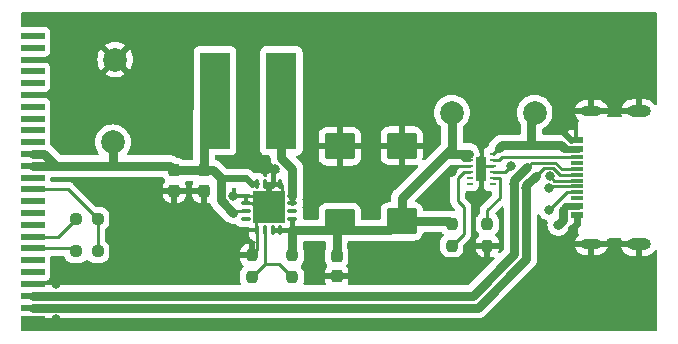
<source format=gtl>
%TF.GenerationSoftware,KiCad,Pcbnew,6.0.11+dfsg-1*%
%TF.CreationDate,2024-02-28T17:50:01-05:00*%
%TF.ProjectId,usb-c-expresscard,7573622d-632d-4657-9870-726573736361,R1*%
%TF.SameCoordinates,Original*%
%TF.FileFunction,Copper,L1,Top*%
%TF.FilePolarity,Positive*%
%FSLAX46Y46*%
G04 Gerber Fmt 4.6, Leading zero omitted, Abs format (unit mm)*
G04 Created by KiCad (PCBNEW 6.0.11+dfsg-1) date 2024-02-28 17:50:01*
%MOMM*%
%LPD*%
G01*
G04 APERTURE LIST*
G04 Aperture macros list*
%AMRoundRect*
0 Rectangle with rounded corners*
0 $1 Rounding radius*
0 $2 $3 $4 $5 $6 $7 $8 $9 X,Y pos of 4 corners*
0 Add a 4 corners polygon primitive as box body*
4,1,4,$2,$3,$4,$5,$6,$7,$8,$9,$2,$3,0*
0 Add four circle primitives for the rounded corners*
1,1,$1+$1,$2,$3*
1,1,$1+$1,$4,$5*
1,1,$1+$1,$6,$7*
1,1,$1+$1,$8,$9*
0 Add four rect primitives between the rounded corners*
20,1,$1+$1,$2,$3,$4,$5,0*
20,1,$1+$1,$4,$5,$6,$7,0*
20,1,$1+$1,$6,$7,$8,$9,0*
20,1,$1+$1,$8,$9,$2,$3,0*%
%AMFreePoly0*
4,1,5,1.000760,-0.248920,-1.000760,-0.248920,-1.000760,0.248920,1.000760,0.248920,1.000760,-0.248920,1.000760,-0.248920,$1*%
%AMFreePoly1*
4,1,5,1.000760,-0.248158,-1.000760,-0.248158,-1.000760,0.249682,1.000760,0.249682,1.000760,-0.248158,1.000760,-0.248158,$1*%
%AMFreePoly2*
4,1,5,1.000760,-0.249936,-1.000760,-0.249936,-1.000760,0.247904,1.000760,0.247904,1.000760,-0.249936,1.000760,-0.249936,$1*%
%AMFreePoly3*
4,1,5,1.000760,-0.249174,-1.000760,-0.249174,-1.000760,0.248666,1.000760,0.248666,1.000760,-0.249174,1.000760,-0.249174,$1*%
%AMFreePoly4*
4,1,5,1.000760,-0.248412,-1.000760,-0.248412,-1.000760,0.249428,1.000760,0.249428,1.000760,-0.248412,1.000760,-0.248412,$1*%
%AMFreePoly5*
4,1,5,1.000760,-0.247650,-1.000760,-0.247650,-1.000760,0.250190,1.000760,0.250190,1.000760,-0.247650,1.000760,-0.247650,$1*%
%AMFreePoly6*
4,1,5,1.000760,-0.249428,-1.000760,-0.249428,-1.000760,0.248412,1.000760,0.248412,1.000760,-0.249428,1.000760,-0.249428,$1*%
%AMFreePoly7*
4,1,5,1.000760,-0.248666,-1.000760,-0.248666,-1.000760,0.249174,1.000760,0.249174,1.000760,-0.248666,1.000760,-0.248666,$1*%
%AMFreePoly8*
4,1,5,1.000760,-0.247904,-1.000760,-0.247904,-1.000760,0.249936,1.000760,0.249936,1.000760,-0.247904,1.000760,-0.247904,$1*%
%AMFreePoly9*
4,1,5,1.000760,-0.249682,-1.000760,-0.249682,-1.000760,0.248158,1.000760,0.248158,1.000760,-0.249682,1.000760,-0.249682,$1*%
G04 Aperture macros list end*
%TA.AperFunction,SMDPad,CuDef*%
%ADD10RoundRect,0.237500X-0.237500X0.300000X-0.237500X-0.300000X0.237500X-0.300000X0.237500X0.300000X0*%
%TD*%
%TA.AperFunction,SMDPad,CuDef*%
%ADD11RoundRect,0.237500X0.250000X0.237500X-0.250000X0.237500X-0.250000X-0.237500X0.250000X-0.237500X0*%
%TD*%
%TA.AperFunction,SMDPad,CuDef*%
%ADD12RoundRect,0.237500X-0.237500X0.250000X-0.237500X-0.250000X0.237500X-0.250000X0.237500X0.250000X0*%
%TD*%
%TA.AperFunction,SMDPad,CuDef*%
%ADD13R,0.500126X0.279908*%
%TD*%
%TA.AperFunction,SMDPad,CuDef*%
%ADD14R,0.900000X2.000000*%
%TD*%
%TA.AperFunction,SMDPad,CuDef*%
%ADD15R,1.100000X0.600000*%
%TD*%
%TA.AperFunction,SMDPad,CuDef*%
%ADD16R,1.100000X0.300000*%
%TD*%
%TA.AperFunction,ComponentPad*%
%ADD17O,2.000000X1.000000*%
%TD*%
%TA.AperFunction,ComponentPad*%
%ADD18O,1.800000X0.900000*%
%TD*%
%TA.AperFunction,SMDPad,CuDef*%
%ADD19C,2.000000*%
%TD*%
%TA.AperFunction,SMDPad,CuDef*%
%ADD20R,2.600000X8.200000*%
%TD*%
%TA.AperFunction,SMDPad,CuDef*%
%ADD21RoundRect,0.250000X1.025000X-0.875000X1.025000X0.875000X-1.025000X0.875000X-1.025000X-0.875000X0*%
%TD*%
%TA.AperFunction,SMDPad,CuDef*%
%ADD22RoundRect,0.237500X0.237500X-0.250000X0.237500X0.250000X-0.237500X0.250000X-0.237500X-0.250000X0*%
%TD*%
%TA.AperFunction,SMDPad,CuDef*%
%ADD23RoundRect,0.087500X0.325000X0.087500X-0.325000X0.087500X-0.325000X-0.087500X0.325000X-0.087500X0*%
%TD*%
%TA.AperFunction,SMDPad,CuDef*%
%ADD24RoundRect,0.087500X0.087500X0.325000X-0.087500X0.325000X-0.087500X-0.325000X0.087500X-0.325000X0*%
%TD*%
%TA.AperFunction,SMDPad,CuDef*%
%ADD25R,2.700000X2.700000*%
%TD*%
%TA.AperFunction,SMDPad,CuDef*%
%ADD26FreePoly0,180.000000*%
%TD*%
%TA.AperFunction,SMDPad,CuDef*%
%ADD27FreePoly1,180.000000*%
%TD*%
%TA.AperFunction,SMDPad,CuDef*%
%ADD28FreePoly2,180.000000*%
%TD*%
%TA.AperFunction,SMDPad,CuDef*%
%ADD29FreePoly3,180.000000*%
%TD*%
%TA.AperFunction,SMDPad,CuDef*%
%ADD30FreePoly4,180.000000*%
%TD*%
%TA.AperFunction,SMDPad,CuDef*%
%ADD31FreePoly5,180.000000*%
%TD*%
%TA.AperFunction,SMDPad,CuDef*%
%ADD32FreePoly6,180.000000*%
%TD*%
%TA.AperFunction,SMDPad,CuDef*%
%ADD33FreePoly7,180.000000*%
%TD*%
%TA.AperFunction,SMDPad,CuDef*%
%ADD34FreePoly8,180.000000*%
%TD*%
%TA.AperFunction,SMDPad,CuDef*%
%ADD35FreePoly9,180.000000*%
%TD*%
%TA.AperFunction,ViaPad*%
%ADD36C,0.800000*%
%TD*%
%TA.AperFunction,Conductor*%
%ADD37C,0.800000*%
%TD*%
%TA.AperFunction,Conductor*%
%ADD38C,0.600000*%
%TD*%
%TA.AperFunction,Conductor*%
%ADD39C,0.250000*%
%TD*%
%TA.AperFunction,Conductor*%
%ADD40C,0.500000*%
%TD*%
%TA.AperFunction,Conductor*%
%ADD41C,0.400000*%
%TD*%
%TA.AperFunction,Conductor*%
%ADD42C,0.770000*%
%TD*%
G04 APERTURE END LIST*
D10*
%TO.P,C3,1*%
%TO.N,+5V*%
X168250000Y-101137500D03*
%TO.P,C3,2*%
%TO.N,GND*%
X168250000Y-102862500D03*
%TD*%
D11*
%TO.P,R2,1*%
%TO.N,Net-(J1-Pad12)*%
X148000000Y-100750000D03*
%TO.P,R2,2*%
%TO.N,Net-(J1-Pad7)*%
X146175000Y-100750000D03*
%TD*%
D12*
%TO.P,R5,1*%
%TO.N,+5V*%
X178000000Y-98425000D03*
%TO.P,R5,2*%
%TO.N,Net-(R5-Pad2)*%
X178000000Y-100250000D03*
%TD*%
D10*
%TO.P,C1,1*%
%TO.N,+3.3V*%
X154500000Y-93887500D03*
%TO.P,C1,2*%
%TO.N,GND*%
X154500000Y-95612500D03*
%TD*%
D13*
%TO.P,U2,1,IN*%
%TO.N,+5V*%
X179541277Y-92500000D03*
%TO.P,U2,2,IN*%
X179541277Y-92999999D03*
%TO.P,U2,3,CHG*%
%TO.N,GND*%
X179541277Y-93500000D03*
%TO.P,U2,4,EN*%
%TO.N,Net-(R5-Pad2)*%
X179541277Y-94000000D03*
%TO.P,U2,5,~{FAULT}*%
%TO.N,unconnected-(U2-Pad5)*%
X179541277Y-94500001D03*
%TO.P,U2,6,~{SINK}*%
%TO.N,unconnected-(U2-Pad6)*%
X179541277Y-95000000D03*
%TO.P,U2,7,~{POL}*%
%TO.N,unconnected-(U2-Pad7)*%
X181458723Y-95000000D03*
%TO.P,U2,8,REF*%
%TO.N,Net-(R6-Pad1)*%
X181458723Y-94500001D03*
%TO.P,U2,9,CC1*%
%TO.N,Net-(J2-PadA5)*%
X181458723Y-94000000D03*
%TO.P,U2,10,GND*%
%TO.N,GND*%
X181458723Y-93500000D03*
%TO.P,U2,11,CC2*%
%TO.N,Net-(J2-PadB5)*%
X181458723Y-92999999D03*
%TO.P,U2,12,OUT*%
%TO.N,/VBUS*%
X181458723Y-92500000D03*
D14*
%TO.P,U2,13,Thermal_Pad*%
%TO.N,GND*%
X180500000Y-93750000D03*
%TD*%
D15*
%TO.P,J2,A1_B12,GND*%
%TO.N,GND*%
X188582691Y-97700382D03*
%TO.P,J2,A4_B9,VBUS*%
%TO.N,/VBUS*%
X188582691Y-96900382D03*
D16*
%TO.P,J2,A5,CC1*%
%TO.N,Net-(J2-PadA5)*%
X188582691Y-95750382D03*
%TO.P,J2,A6,D+*%
%TO.N,/D+*%
X188582691Y-94750382D03*
%TO.P,J2,A7,D-*%
%TO.N,/D-*%
X188582691Y-94250382D03*
%TO.P,J2,A8,SBU1*%
%TO.N,unconnected-(J2-PadA8)*%
X188582691Y-93250382D03*
D15*
%TO.P,J2,B1_A12,GND*%
%TO.N,GND*%
X188582691Y-91300382D03*
%TO.P,J2,B4_A9,VBUS*%
%TO.N,/VBUS*%
X188582691Y-92100382D03*
D16*
%TO.P,J2,B5,CC2*%
%TO.N,Net-(J2-PadB5)*%
X188582691Y-92750382D03*
%TO.P,J2,B6,D+*%
%TO.N,/D+*%
X188582691Y-93750382D03*
%TO.P,J2,B7,D-*%
%TO.N,/D-*%
X188582691Y-95250382D03*
%TO.P,J2,B8,SBU2*%
%TO.N,unconnected-(J2-PadB8)*%
X188582691Y-96250382D03*
D17*
%TO.P,J2,S1,SHIELD*%
%TO.N,GND*%
X193817500Y-100120000D03*
%TO.P,J2,S2*%
X193817500Y-88880000D03*
D18*
%TO.P,J2,S3*%
X189817500Y-100120000D03*
%TO.P,J2,S4*%
X189817500Y-88880000D03*
%TD*%
D10*
%TO.P,C2,1*%
%TO.N,+3.3V*%
X157000000Y-93887500D03*
%TO.P,C2,2*%
%TO.N,GND*%
X157000000Y-95612500D03*
%TD*%
D19*
%TO.P,VBUS,1,1*%
%TO.N,/VBUS*%
X185000000Y-89000000D03*
%TD*%
D11*
%TO.P,R1,1*%
%TO.N,Net-(J1-Pad12)*%
X148000000Y-98000000D03*
%TO.P,R1,2*%
%TO.N,Net-(J1-Pad8)*%
X146175000Y-98000000D03*
%TD*%
D12*
%TO.P,R6,1*%
%TO.N,Net-(R6-Pad1)*%
X181000000Y-98425000D03*
%TO.P,R6,2*%
%TO.N,GND*%
X181000000Y-100250000D03*
%TD*%
D20*
%TO.P,L1,1,1*%
%TO.N,Net-(L1-Pad1)*%
X163550000Y-88000000D03*
%TO.P,L1,2,2*%
%TO.N,+3.3V*%
X157950000Y-88000000D03*
%TD*%
D21*
%TO.P,C5,1*%
%TO.N,+5V*%
X173750000Y-98200000D03*
%TO.P,C5,2*%
%TO.N,GND*%
X173750000Y-91800000D03*
%TD*%
D19*
%TO.P,3V3,1,1*%
%TO.N,+3.3V*%
X149300000Y-91500000D03*
%TD*%
%TO.P,GND,1,1*%
%TO.N,GND*%
X149500000Y-84500000D03*
%TD*%
D21*
%TO.P,C4,1*%
%TO.N,+5V*%
X168500000Y-98250000D03*
%TO.P,C4,2*%
%TO.N,GND*%
X168500000Y-91850000D03*
%TD*%
D22*
%TO.P,R4,1*%
%TO.N,Net-(R3-Pad2)*%
X161065000Y-102912500D03*
%TO.P,R4,2*%
%TO.N,GND*%
X161065000Y-101087500D03*
%TD*%
D12*
%TO.P,R3,1*%
%TO.N,+5V*%
X164500000Y-101087500D03*
%TO.P,R3,2*%
%TO.N,Net-(R3-Pad2)*%
X164500000Y-102912500D03*
%TD*%
D23*
%TO.P,U1,1,VOUT*%
%TO.N,+5V*%
X164462500Y-97975000D03*
%TO.P,U1,2,NC*%
%TO.N,unconnected-(U1-Pad2)*%
X164462500Y-97325000D03*
%TO.P,U1,3,SW*%
%TO.N,Net-(L1-Pad1)*%
X164462500Y-96675000D03*
%TO.P,U1,4,SW*%
X164462500Y-96025000D03*
D24*
%TO.P,U1,5,PGND*%
%TO.N,GND*%
X163475000Y-95037500D03*
%TO.P,U1,6,PGND*%
X162825000Y-95037500D03*
%TO.P,U1,7,PGND*%
X162175000Y-95037500D03*
%TO.P,U1,8,VBAT*%
%TO.N,+3.3V*%
X161525000Y-95037500D03*
D23*
%TO.P,U1,9,LBI*%
%TO.N,GND*%
X160537500Y-96025000D03*
%TO.P,U1,10,SYNC*%
X160537500Y-96675000D03*
%TO.P,U1,11,EN*%
%TO.N,+3.3V*%
X160537500Y-97325000D03*
%TO.P,U1,12,LBO*%
%TO.N,unconnected-(U1-Pad12)*%
X160537500Y-97975000D03*
D24*
%TO.P,U1,13,GND*%
%TO.N,GND*%
X161525000Y-98962500D03*
%TO.P,U1,14,FB*%
%TO.N,Net-(R3-Pad2)*%
X162175000Y-98962500D03*
%TO.P,U1,15,VOUT*%
%TO.N,+5V*%
X162825000Y-98962500D03*
%TO.P,U1,16,VOUT*%
X163475000Y-98962500D03*
D25*
%TO.P,U1,17,PAD*%
%TO.N,GND*%
X162500000Y-97000000D03*
%TD*%
D26*
%TO.P,J1,1,GND*%
%TO.N,GND*%
X142500000Y-106500000D03*
D27*
%TO.P,J1,2,USBD-*%
%TO.N,/D-*%
X142500000Y-105499240D03*
D28*
%TO.P,J1,3,USBD+*%
%TO.N,/D+*%
X142500000Y-104501020D03*
D29*
%TO.P,J1,4,~{CPUSB}*%
%TO.N,GND*%
X142500000Y-103500260D03*
D30*
%TO.P,J1,5,~{USB3}*%
%TO.N,unconnected-(J1-Pad5)*%
X142500000Y-102499500D03*
D31*
%TO.P,J1,6,RESERVED*%
%TO.N,unconnected-(J1-Pad6)*%
X142500000Y-101498740D03*
D32*
%TO.P,J1,7,SMBCLK*%
%TO.N,Net-(J1-Pad7)*%
X142500000Y-100500520D03*
D33*
%TO.P,J1,8,SMDDATA*%
%TO.N,Net-(J1-Pad8)*%
X142500000Y-99499760D03*
D34*
%TO.P,J1,9,1V5*%
%TO.N,unconnected-(J1-Pad9)*%
X142500000Y-98499000D03*
D35*
%TO.P,J1,10,1V5*%
%TO.N,unconnected-(J1-Pad10)*%
X142500000Y-97500780D03*
D26*
%TO.P,J1,11,~{WAKE}*%
%TO.N,unconnected-(J1-Pad11)*%
X142500000Y-96500020D03*
D27*
%TO.P,J1,12,3V3_AUX*%
%TO.N,Net-(J1-Pad12)*%
X142500000Y-95499260D03*
D28*
%TO.P,J1,13,~{PERST}*%
%TO.N,unconnected-(J1-Pad13)*%
X142500000Y-94501040D03*
D29*
%TO.P,J1,14,3V3*%
%TO.N,+3.3V*%
X142500000Y-93500280D03*
D30*
%TO.P,J1,15,3V3*%
X142500000Y-92499520D03*
D31*
%TO.P,J1,16,~{CLKREQ}*%
%TO.N,unconnected-(J1-Pad16)*%
X142500000Y-91498760D03*
D32*
%TO.P,J1,17,~{CPPE}*%
%TO.N,unconnected-(J1-Pad17)*%
X142500000Y-90500540D03*
D33*
%TO.P,J1,18,REFCLK-*%
%TO.N,unconnected-(J1-Pad18)*%
X142500000Y-89499780D03*
D34*
%TO.P,J1,19,REFCLK+*%
%TO.N,unconnected-(J1-Pad19)*%
X142500000Y-88499020D03*
D35*
%TO.P,J1,20,GND*%
%TO.N,GND*%
X142500000Y-87500800D03*
D26*
%TO.P,J1,21,PERn0/SSRX-*%
%TO.N,unconnected-(J1-Pad21)*%
X142500000Y-86500040D03*
D27*
%TO.P,J1,22,PERp0/SSRX+*%
%TO.N,unconnected-(J1-Pad22)*%
X142500000Y-85499280D03*
D28*
%TO.P,J1,23,GND*%
%TO.N,GND*%
X142500000Y-84501060D03*
D29*
%TO.P,J1,24,PETn0/SSTX-*%
%TO.N,unconnected-(J1-Pad24)*%
X142500000Y-83500300D03*
D30*
%TO.P,J1,25,PETp0/SSTX+*%
%TO.N,unconnected-(J1-Pad25)*%
X142500000Y-82499540D03*
D31*
%TO.P,J1,26,GND*%
%TO.N,GND*%
X142500000Y-81498780D03*
%TD*%
D19*
%TO.P,5V,1,1*%
%TO.N,+5V*%
X178000000Y-89000000D03*
%TD*%
D36*
%TO.N,GND*%
X175000000Y-89500000D03*
X161900000Y-96200000D03*
X149500000Y-86500000D03*
X159500000Y-101000000D03*
X179500000Y-100500000D03*
X161900000Y-97600000D03*
X144500000Y-81500000D03*
X163000000Y-96200000D03*
X159500000Y-96037000D03*
X163000000Y-93750000D03*
X144500000Y-103500000D03*
X144500000Y-106500000D03*
X144500000Y-87500000D03*
X187500000Y-89500000D03*
X191400000Y-85600000D03*
X163000000Y-97600000D03*
X180500000Y-93900000D03*
X170000000Y-103000000D03*
X178000000Y-94000000D03*
X187000000Y-100500000D03*
X170000000Y-89500000D03*
%TO.N,Net-(J2-PadA5)*%
X186250000Y-97250000D03*
X183000000Y-93500000D03*
%TO.N,/D+*%
X183288363Y-95038363D03*
X186266693Y-94395779D03*
%TO.N,/D-*%
X186205609Y-95393413D03*
X184308363Y-95399638D03*
%TO.N,/VBUS*%
X187000000Y-98500000D03*
X184739954Y-91760046D03*
%TD*%
D37*
%TO.N,+3.3V*%
X149300000Y-93400000D02*
X149400280Y-93500280D01*
X157000000Y-93887500D02*
X157759772Y-93887500D01*
X157759772Y-93887500D02*
X158436136Y-94563864D01*
X143498960Y-92499520D02*
X144499720Y-93500280D01*
X149300000Y-91500000D02*
X149300000Y-93400000D01*
D38*
X160563864Y-94563864D02*
X158436136Y-94563864D01*
D37*
X154112780Y-93500280D02*
X154500000Y-93887500D01*
X157000000Y-88950000D02*
X157950000Y-88000000D01*
X144499720Y-93500280D02*
X149400280Y-93500280D01*
D39*
X159675000Y-97325000D02*
X159500000Y-97500000D01*
D37*
X142500000Y-92499520D02*
X143498960Y-92499520D01*
X142500000Y-93500280D02*
X144499720Y-93500280D01*
D40*
X161525000Y-95037500D02*
X161037500Y-95037500D01*
D38*
X161037500Y-95037500D02*
X160563864Y-94563864D01*
D37*
X154500000Y-93887500D02*
X157000000Y-93887500D01*
X158436136Y-96436136D02*
X159500000Y-97500000D01*
D39*
X160537500Y-97325000D02*
X159675000Y-97325000D01*
D37*
X158436136Y-94563864D02*
X158436136Y-96436136D01*
X149400280Y-93500280D02*
X154112780Y-93500280D01*
X157000000Y-93887500D02*
X157000000Y-88950000D01*
D39*
%TO.N,GND*%
X161400000Y-98100000D02*
X161400000Y-98837500D01*
D38*
X188100000Y-99400000D02*
X187000000Y-100500000D01*
D39*
X161075000Y-96675000D02*
X161400000Y-97000000D01*
X161525000Y-98962500D02*
X161525000Y-100627500D01*
X159512000Y-96025000D02*
X159500000Y-96037000D01*
X160537500Y-96025000D02*
X159512000Y-96025000D01*
X161525000Y-100627500D02*
X161065000Y-101087500D01*
X162500000Y-95362500D02*
X162825000Y-95037500D01*
X162500000Y-95900000D02*
X162500000Y-95362500D01*
D38*
X188100000Y-98800000D02*
X188100000Y-99400000D01*
D39*
X162500000Y-95362500D02*
X162175000Y-95037500D01*
X162825000Y-93925000D02*
X163000000Y-93750000D01*
X179541277Y-93500000D02*
X178500000Y-93500000D01*
X163600000Y-95900000D02*
X163600000Y-95162500D01*
D38*
X188582691Y-98417309D02*
X188582691Y-97700382D01*
D39*
X161400000Y-98837500D02*
X161525000Y-98962500D01*
X161275000Y-96025000D02*
X161400000Y-95900000D01*
X160537500Y-96025000D02*
X161275000Y-96025000D01*
D41*
X162825000Y-95037500D02*
X162825000Y-93925000D01*
D39*
X160537500Y-96675000D02*
X161075000Y-96675000D01*
D38*
X188100000Y-91300000D02*
X187500000Y-90700000D01*
X188200000Y-98800000D02*
X188582691Y-98417309D01*
D39*
X163600000Y-95162500D02*
X163475000Y-95037500D01*
X188667500Y-91300000D02*
X188100000Y-91300000D01*
X178500000Y-93500000D02*
X178000000Y-94000000D01*
D41*
X162175000Y-95037500D02*
X163475000Y-95037500D01*
D38*
X187500000Y-90700000D02*
X187500000Y-89500000D01*
D39*
X181458723Y-93500000D02*
X180500000Y-93500000D01*
X188100000Y-98800000D02*
X188200000Y-98800000D01*
D37*
%TO.N,+5V*%
X164500000Y-99000000D02*
X164462500Y-98962500D01*
X177500000Y-92500000D02*
X178000000Y-92000000D01*
X178500000Y-92500000D02*
X179450000Y-92500000D01*
X173750000Y-96250000D02*
X177500000Y-92500000D01*
X168250000Y-101137500D02*
X168250000Y-98500000D01*
D39*
X179541277Y-92999999D02*
X179000000Y-93000000D01*
D37*
X178000000Y-92000000D02*
X178000000Y-89000000D01*
D41*
X162825000Y-98962500D02*
X163475000Y-98962500D01*
D39*
X179000000Y-93000000D02*
X178500000Y-92500000D01*
D37*
X177775000Y-98200000D02*
X178000000Y-98425000D01*
X164462500Y-98962500D02*
X172787500Y-98962500D01*
X173750000Y-98200000D02*
X173750000Y-96250000D01*
D41*
X164462500Y-97975000D02*
X164462500Y-98962500D01*
D37*
X164500000Y-101087500D02*
X164500000Y-99000000D01*
X168250000Y-98500000D02*
X168500000Y-98250000D01*
X173750000Y-98200000D02*
X177775000Y-98200000D01*
X177500000Y-92500000D02*
X178500000Y-92500000D01*
D41*
X163475000Y-98962500D02*
X164462500Y-98962500D01*
D39*
%TO.N,Net-(J1-Pad12)*%
X148000000Y-100750000D02*
X148000000Y-98000000D01*
X148000000Y-98000000D02*
X145499260Y-95499260D01*
X145499260Y-95499260D02*
X142500000Y-95499260D01*
%TO.N,Net-(J1-Pad8)*%
X144675240Y-99499760D02*
X146175000Y-98000000D01*
X142500000Y-99499760D02*
X144675240Y-99499760D01*
%TO.N,Net-(J1-Pad7)*%
X142500000Y-100500520D02*
X145925520Y-100500520D01*
X145925520Y-100500520D02*
X146175000Y-100750000D01*
%TO.N,Net-(R3-Pad2)*%
X162175000Y-101802500D02*
X163390000Y-101802500D01*
X163390000Y-101802500D02*
X164500000Y-102912500D01*
X161065000Y-102912500D02*
X162175000Y-101802500D01*
X162175000Y-101802500D02*
X162175000Y-98962500D01*
%TO.N,Net-(R5-Pad2)*%
X179000000Y-99250000D02*
X178000000Y-100250000D01*
X179000000Y-97000000D02*
X179000000Y-99250000D01*
X178512652Y-94512653D02*
X178512652Y-96512652D01*
X179025305Y-94000000D02*
X178512652Y-94512653D01*
X178512652Y-96512652D02*
X179000000Y-97000000D01*
X179541277Y-94000000D02*
X179025305Y-94000000D01*
%TO.N,Net-(R6-Pad1)*%
X182033786Y-96216214D02*
X181000000Y-97250000D01*
X181998741Y-94500001D02*
X182033786Y-94535046D01*
X182033786Y-94535046D02*
X182033786Y-96216214D01*
X181458723Y-94500001D02*
X181998741Y-94500001D01*
X181000000Y-97250000D02*
X181000000Y-98425000D01*
D41*
%TO.N,Net-(L1-Pad1)*%
X164462500Y-96675000D02*
X164462500Y-96025000D01*
D37*
X163550000Y-92800000D02*
X164500000Y-93750000D01*
X163550000Y-88000000D02*
X163550000Y-92800000D01*
X164500000Y-93750000D02*
X164500000Y-95987500D01*
X164500000Y-95987500D02*
X164462500Y-96025000D01*
D39*
%TO.N,Net-(J2-PadA5)*%
X182500000Y-94000000D02*
X181500000Y-94000000D01*
X187750000Y-95750000D02*
X186250000Y-97250000D01*
X183000000Y-93500000D02*
X182500000Y-94000000D01*
X188667500Y-95750000D02*
X187750000Y-95750000D01*
%TO.N,/D+*%
X188667500Y-93750000D02*
X187284978Y-93750000D01*
D42*
X179788620Y-104490130D02*
X183288363Y-100990387D01*
D39*
X188667500Y-94750000D02*
X186620914Y-94750000D01*
D42*
X142510890Y-104490130D02*
X179788620Y-104490130D01*
X183288363Y-94709887D02*
X184389375Y-93608875D01*
D39*
X186755916Y-93220938D02*
X184777312Y-93220938D01*
X186620914Y-94750000D02*
X186266693Y-94395779D01*
D42*
X183288363Y-100990387D02*
X183288363Y-95038363D01*
D39*
X187284978Y-93750000D02*
X186755916Y-93220938D01*
D42*
X142500000Y-104501020D02*
X142510890Y-104490130D01*
X183288363Y-95038363D02*
X183288363Y-94709887D01*
D39*
X184777312Y-93220938D02*
X184389375Y-93608875D01*
%TO.N,/D-*%
X188667500Y-94250000D02*
X187148582Y-94250000D01*
D42*
X184308363Y-101412887D02*
X184308363Y-95399638D01*
D39*
X186349022Y-95250000D02*
X186205609Y-95393413D01*
X185769812Y-93670938D02*
X185110625Y-94330125D01*
D42*
X184308363Y-95132387D02*
X185110625Y-94330125D01*
X142510890Y-105510130D02*
X180211120Y-105510130D01*
D39*
X188667500Y-95250000D02*
X186349022Y-95250000D01*
D42*
X180211120Y-105510130D02*
X184308363Y-101412887D01*
X142500000Y-105499240D02*
X142510890Y-105510130D01*
D39*
X187148582Y-94250000D02*
X186569520Y-93670938D01*
X186569520Y-93670938D02*
X185769812Y-93670938D01*
%TO.N,Net-(J2-PadB5)*%
X182000001Y-92999999D02*
X181458723Y-92999999D01*
X188667500Y-92750000D02*
X182250000Y-92750000D01*
X182250000Y-92750000D02*
X182000001Y-92999999D01*
D37*
%TO.N,/VBUS*%
X187500000Y-92000000D02*
X187260046Y-91760046D01*
X187432691Y-98067309D02*
X187432691Y-97200000D01*
X182239954Y-91760046D02*
X182000000Y-92000000D01*
X187000000Y-98500000D02*
X187432691Y-98067309D01*
X187260046Y-91760046D02*
X182239954Y-91760046D01*
D39*
X181458723Y-92500000D02*
X181500000Y-92500000D01*
D37*
X184739954Y-89260046D02*
X185000000Y-89000000D01*
D38*
X188667500Y-92100000D02*
X187600000Y-92100000D01*
D39*
X181500000Y-92500000D02*
X182000000Y-92000000D01*
D38*
X188667500Y-96900000D02*
X187600000Y-96900000D01*
D39*
X187600000Y-92100000D02*
X187500000Y-92000000D01*
D37*
X184739954Y-91760046D02*
X184739954Y-89260046D01*
%TD*%
%TA.AperFunction,Conductor*%
%TO.N,GND*%
G36*
X185410375Y-97626587D02*
G01*
X185436982Y-97658811D01*
X185510960Y-97786944D01*
X185515378Y-97791851D01*
X185515379Y-97791852D01*
X185554247Y-97835019D01*
X185638747Y-97928866D01*
X185717238Y-97985893D01*
X185777299Y-98029530D01*
X185793248Y-98041118D01*
X185799276Y-98043802D01*
X185799278Y-98043803D01*
X185961495Y-98116026D01*
X185967712Y-98118794D01*
X185974167Y-98120166D01*
X185974176Y-98120169D01*
X186018752Y-98129644D01*
X186081225Y-98163372D01*
X186115546Y-98225522D01*
X186112386Y-98291827D01*
X186106458Y-98310072D01*
X186105768Y-98316637D01*
X186105766Y-98316646D01*
X186104985Y-98324075D01*
X186101383Y-98343509D01*
X186099689Y-98349834D01*
X186097743Y-98357097D01*
X186097398Y-98363688D01*
X186097397Y-98363692D01*
X186094164Y-98425384D01*
X186093647Y-98431959D01*
X186088491Y-98481021D01*
X186086496Y-98500000D01*
X186087186Y-98506566D01*
X186087186Y-98506568D01*
X186087967Y-98514001D01*
X186088484Y-98533759D01*
X186087748Y-98547810D01*
X186098450Y-98615383D01*
X186099306Y-98621887D01*
X186101210Y-98640001D01*
X186105246Y-98678394D01*
X186106458Y-98689928D01*
X186108498Y-98696205D01*
X186108498Y-98696207D01*
X186110806Y-98703311D01*
X186115421Y-98722534D01*
X186116251Y-98727771D01*
X186117623Y-98736432D01*
X186137227Y-98787500D01*
X186142134Y-98800284D01*
X186144335Y-98806501D01*
X186165473Y-98871556D01*
X186170105Y-98879578D01*
X186172507Y-98883739D01*
X186181019Y-98901586D01*
X186183693Y-98908552D01*
X186183696Y-98908557D01*
X186186062Y-98914722D01*
X186189659Y-98920261D01*
X186223321Y-98972096D01*
X186226766Y-98977719D01*
X186260960Y-99036944D01*
X186265378Y-99041851D01*
X186265379Y-99041852D01*
X186270372Y-99047397D01*
X186282408Y-99063083D01*
X186290074Y-99074887D01*
X186338443Y-99123256D01*
X186342984Y-99128041D01*
X186388747Y-99178866D01*
X186394086Y-99182745D01*
X186394087Y-99182746D01*
X186400135Y-99187140D01*
X186415168Y-99199981D01*
X186425113Y-99209926D01*
X186430651Y-99213523D01*
X186430653Y-99213524D01*
X186482475Y-99247178D01*
X186487910Y-99250913D01*
X186512979Y-99269126D01*
X186543248Y-99291118D01*
X186549278Y-99293803D01*
X186549282Y-99293805D01*
X186556106Y-99296843D01*
X186573478Y-99306275D01*
X186585278Y-99313938D01*
X186591439Y-99316303D01*
X186591443Y-99316305D01*
X186649133Y-99338450D01*
X186655206Y-99340965D01*
X186717712Y-99368794D01*
X186724166Y-99370166D01*
X186724170Y-99370167D01*
X186731473Y-99371719D01*
X186750432Y-99377334D01*
X186763568Y-99382377D01*
X186831133Y-99393078D01*
X186837586Y-99394274D01*
X186904513Y-99408500D01*
X186918583Y-99408500D01*
X186938292Y-99410051D01*
X186952190Y-99412252D01*
X186958777Y-99411907D01*
X186958782Y-99411907D01*
X187020480Y-99408673D01*
X187027074Y-99408500D01*
X187095487Y-99408500D01*
X187109253Y-99405574D01*
X187128857Y-99402993D01*
X187136309Y-99402603D01*
X187136313Y-99402602D01*
X187142903Y-99402257D01*
X187149274Y-99400550D01*
X187149280Y-99400549D01*
X187208978Y-99384553D01*
X187215390Y-99383014D01*
X187229512Y-99380012D01*
X187282288Y-99368794D01*
X187288317Y-99366110D01*
X187288319Y-99366109D01*
X187295147Y-99363069D01*
X187313779Y-99356471D01*
X187320992Y-99354538D01*
X187320993Y-99354538D01*
X187327370Y-99352829D01*
X187333249Y-99349834D01*
X187333253Y-99349832D01*
X187388296Y-99321786D01*
X187394249Y-99318946D01*
X187450722Y-99293803D01*
X187450724Y-99293802D01*
X187456752Y-99291118D01*
X187462090Y-99287240D01*
X187462093Y-99287238D01*
X187468136Y-99282847D01*
X187484993Y-99272517D01*
X187486357Y-99271822D01*
X187497530Y-99266129D01*
X187502662Y-99261973D01*
X187502667Y-99261970D01*
X187550691Y-99223081D01*
X187555924Y-99219065D01*
X187559744Y-99216290D01*
X187591849Y-99192964D01*
X187605909Y-99182749D01*
X187605911Y-99182747D01*
X187611253Y-99178866D01*
X187657016Y-99128041D01*
X187661557Y-99123256D01*
X188017523Y-98767290D01*
X188032556Y-98754449D01*
X188038604Y-98750055D01*
X188038605Y-98750054D01*
X188043944Y-98746175D01*
X188089707Y-98695350D01*
X188094248Y-98690565D01*
X188108763Y-98676050D01*
X188121688Y-98660089D01*
X188125960Y-98655088D01*
X188167310Y-98609164D01*
X188167314Y-98609159D01*
X188171731Y-98604253D01*
X188178764Y-98592072D01*
X188189958Y-98575783D01*
X188198820Y-98564840D01*
X188199094Y-98564303D01*
X188251283Y-98519518D01*
X188303074Y-98508382D01*
X188310576Y-98508382D01*
X188325815Y-98503907D01*
X188327020Y-98502517D01*
X188328691Y-98494834D01*
X188328691Y-98250152D01*
X188332249Y-98223122D01*
X188332205Y-98223115D01*
X188332473Y-98221424D01*
X188332984Y-98217541D01*
X188333238Y-98216593D01*
X188334948Y-98210213D01*
X188337403Y-98163372D01*
X188338527Y-98141924D01*
X188339044Y-98135349D01*
X188340847Y-98118191D01*
X188341191Y-98114919D01*
X188341191Y-98094384D01*
X188341364Y-98087790D01*
X188344598Y-98026092D01*
X188344598Y-98026087D01*
X188344943Y-98019500D01*
X188342742Y-98005602D01*
X188341191Y-97985893D01*
X188341191Y-97834882D01*
X188361193Y-97766761D01*
X188414849Y-97720268D01*
X188467191Y-97708882D01*
X188576893Y-97708882D01*
X188645014Y-97728884D01*
X188691507Y-97782540D01*
X188702893Y-97835019D01*
X188701511Y-99109683D01*
X188701509Y-99110316D01*
X188701316Y-99141975D01*
X188701024Y-99189721D01*
X188709054Y-99217817D01*
X188712652Y-99234713D01*
X188716764Y-99263652D01*
X188727450Y-99287223D01*
X188737361Y-99357523D01*
X188707691Y-99422022D01*
X188694690Y-99434918D01*
X188675004Y-99451791D01*
X188666256Y-99460976D01*
X188554789Y-99604680D01*
X188548065Y-99615440D01*
X188467768Y-99778625D01*
X188463345Y-99790519D01*
X188448249Y-99848470D01*
X188448683Y-99862564D01*
X188456864Y-99866000D01*
X191176729Y-99866000D01*
X191190260Y-99862027D01*
X191191137Y-99855925D01*
X191169828Y-99798007D01*
X191165078Y-99727169D01*
X191199380Y-99665009D01*
X191261843Y-99631262D01*
X191288078Y-99628500D01*
X192243508Y-99628500D01*
X192311629Y-99648502D01*
X192358122Y-99702158D01*
X192368226Y-99772432D01*
X192363873Y-99791759D01*
X192346250Y-99848692D01*
X192346044Y-99862795D01*
X192352799Y-99866000D01*
X193945500Y-99866000D01*
X194013621Y-99886002D01*
X194060114Y-99939658D01*
X194071500Y-99992000D01*
X194071500Y-101109885D01*
X194075975Y-101125124D01*
X194077365Y-101126329D01*
X194085048Y-101128000D01*
X194364157Y-101128000D01*
X194370305Y-101127699D01*
X194508103Y-101114188D01*
X194520138Y-101111805D01*
X194697576Y-101058233D01*
X194708916Y-101053559D01*
X194872577Y-100966540D01*
X194882794Y-100959751D01*
X195026433Y-100842603D01*
X195035137Y-100833959D01*
X195153289Y-100691137D01*
X195161043Y-100679642D01*
X195215718Y-100634353D01*
X195286200Y-100625814D01*
X195350109Y-100656735D01*
X195387155Y-100717300D01*
X195391500Y-100750102D01*
X195391500Y-107365500D01*
X195371498Y-107433621D01*
X195317842Y-107480114D01*
X195265500Y-107491500D01*
X141634500Y-107491500D01*
X141566379Y-107471498D01*
X141519886Y-107417842D01*
X141508500Y-107365500D01*
X141508500Y-106388651D01*
X141528502Y-106320530D01*
X141582158Y-106274037D01*
X141634500Y-106262651D01*
X141989441Y-106262651D01*
X142046643Y-106276384D01*
X142081464Y-106294126D01*
X142087260Y-106297272D01*
X142145469Y-106330879D01*
X142151754Y-106332921D01*
X142158480Y-106335107D01*
X142176738Y-106342670D01*
X142188925Y-106348879D01*
X142253867Y-106366280D01*
X142260167Y-106368147D01*
X142324098Y-106388919D01*
X142330659Y-106389609D01*
X142330670Y-106389611D01*
X142337702Y-106390350D01*
X142357132Y-106393951D01*
X142363965Y-106395782D01*
X142363971Y-106395783D01*
X142370346Y-106397491D01*
X142376939Y-106397837D01*
X142376942Y-106397837D01*
X142437466Y-106401009D01*
X142444041Y-106401526D01*
X142464061Y-106403630D01*
X142484190Y-106403630D01*
X142490784Y-106403803D01*
X142551318Y-106406976D01*
X142551323Y-106406976D01*
X142557910Y-106407321D01*
X142571422Y-106405181D01*
X142591132Y-106403630D01*
X180130878Y-106403630D01*
X180150588Y-106405181D01*
X180164100Y-106407321D01*
X180170687Y-106406976D01*
X180170692Y-106406976D01*
X180231227Y-106403803D01*
X180237821Y-106403630D01*
X180257949Y-106403630D01*
X180262614Y-106403140D01*
X180277971Y-106401526D01*
X180284545Y-106401009D01*
X180345069Y-106397837D01*
X180345072Y-106397837D01*
X180351665Y-106397491D01*
X180358044Y-106395782D01*
X180358049Y-106395781D01*
X180364876Y-106393952D01*
X180384309Y-106390350D01*
X180391338Y-106389611D01*
X180391347Y-106389609D01*
X180397912Y-106388919D01*
X180404197Y-106386877D01*
X180461817Y-106368156D01*
X180468139Y-106366283D01*
X180526699Y-106350591D01*
X180526704Y-106350589D01*
X180533086Y-106348879D01*
X180545272Y-106342670D01*
X180563533Y-106335106D01*
X180570257Y-106332921D01*
X180570259Y-106332920D01*
X180576541Y-106330879D01*
X180594466Y-106320530D01*
X180634747Y-106297274D01*
X180640544Y-106294126D01*
X180694558Y-106266605D01*
X180700436Y-106263610D01*
X180711060Y-106255006D01*
X180727356Y-106243807D01*
X180733477Y-106240273D01*
X180733480Y-106240271D01*
X180739199Y-106236969D01*
X180789163Y-106191982D01*
X180794172Y-106187704D01*
X180807245Y-106177118D01*
X180807248Y-106177115D01*
X180809807Y-106175043D01*
X180824033Y-106160817D01*
X180828818Y-106156276D01*
X180873867Y-106115714D01*
X180873868Y-106115713D01*
X180878778Y-106111292D01*
X180886820Y-106100223D01*
X180899662Y-106085188D01*
X184883421Y-102101429D01*
X184898456Y-102088587D01*
X184899254Y-102088007D01*
X184909525Y-102080545D01*
X184942093Y-102044375D01*
X184954509Y-102030585D01*
X184959050Y-102025800D01*
X184973276Y-102011574D01*
X184985945Y-101995930D01*
X184990220Y-101990924D01*
X185030784Y-101945873D01*
X185030785Y-101945872D01*
X185035202Y-101940966D01*
X185038506Y-101935244D01*
X185042040Y-101929123D01*
X185053239Y-101912828D01*
X185057689Y-101907333D01*
X185057690Y-101907331D01*
X185061843Y-101902203D01*
X185092359Y-101842312D01*
X185095506Y-101836516D01*
X185125812Y-101784024D01*
X185125812Y-101784023D01*
X185129112Y-101778308D01*
X185133340Y-101765297D01*
X185140903Y-101747038D01*
X185144117Y-101740730D01*
X185147112Y-101734852D01*
X185164513Y-101669910D01*
X185166380Y-101663610D01*
X185187152Y-101599679D01*
X185187842Y-101593118D01*
X185187844Y-101593107D01*
X185188583Y-101586075D01*
X185192184Y-101566645D01*
X185194015Y-101559812D01*
X185194016Y-101559806D01*
X185195724Y-101553431D01*
X185199242Y-101486311D01*
X185199759Y-101479737D01*
X185201519Y-101462989D01*
X185201863Y-101459716D01*
X185201863Y-101439587D01*
X185202036Y-101432993D01*
X185205209Y-101372459D01*
X185205209Y-101372454D01*
X185205554Y-101365867D01*
X185203414Y-101352355D01*
X185201863Y-101332645D01*
X185201863Y-100384075D01*
X188443863Y-100384075D01*
X188499810Y-100536136D01*
X188505377Y-100547549D01*
X188601208Y-100702108D01*
X188608960Y-100712174D01*
X188733908Y-100844303D01*
X188743526Y-100852605D01*
X188892487Y-100956908D01*
X188903581Y-100963108D01*
X189070480Y-101035332D01*
X189082583Y-101039171D01*
X189262100Y-101076675D01*
X189271652Y-101077915D01*
X189274884Y-101078000D01*
X189545385Y-101078000D01*
X189560624Y-101073525D01*
X189561829Y-101072135D01*
X189563500Y-101064452D01*
X189563500Y-101059885D01*
X190071500Y-101059885D01*
X190075975Y-101075124D01*
X190077365Y-101076329D01*
X190085048Y-101078000D01*
X190312947Y-101078000D01*
X190319322Y-101077677D01*
X190454777Y-101063918D01*
X190467217Y-101061364D01*
X190640744Y-101006984D01*
X190652432Y-101001975D01*
X190811479Y-100913813D01*
X190821912Y-100906562D01*
X190959991Y-100788215D01*
X190968744Y-100779024D01*
X191080211Y-100635320D01*
X191086935Y-100624560D01*
X191167232Y-100461375D01*
X191171655Y-100449481D01*
X191186751Y-100391530D01*
X191186574Y-100385768D01*
X192344925Y-100385768D01*
X192376638Y-100493521D01*
X192381231Y-100504889D01*
X192467107Y-100669154D01*
X192473821Y-100679415D01*
X192589968Y-100823873D01*
X192598546Y-100832632D01*
X192740539Y-100951778D01*
X192750659Y-100958708D01*
X192913085Y-101048002D01*
X192924358Y-101052834D01*
X193101038Y-101108880D01*
X193113032Y-101111430D01*
X193257261Y-101127607D01*
X193264285Y-101128000D01*
X193545385Y-101128000D01*
X193560624Y-101123525D01*
X193561829Y-101122135D01*
X193563500Y-101114452D01*
X193563500Y-100392115D01*
X193559025Y-100376876D01*
X193557635Y-100375671D01*
X193549952Y-100374000D01*
X192359576Y-100374000D01*
X192346045Y-100377973D01*
X192344925Y-100385768D01*
X191186574Y-100385768D01*
X191186317Y-100377436D01*
X191178136Y-100374000D01*
X190089615Y-100374000D01*
X190074376Y-100378475D01*
X190073171Y-100379865D01*
X190071500Y-100387548D01*
X190071500Y-101059885D01*
X189563500Y-101059885D01*
X189563500Y-100392115D01*
X189559025Y-100376876D01*
X189557635Y-100375671D01*
X189549952Y-100374000D01*
X188458271Y-100374000D01*
X188444740Y-100377973D01*
X188443863Y-100384075D01*
X185201863Y-100384075D01*
X185201863Y-97721811D01*
X185221865Y-97653690D01*
X185275521Y-97607197D01*
X185345795Y-97597093D01*
X185410375Y-97626587D01*
G37*
%TD.AperFunction*%
%TA.AperFunction,Conductor*%
G36*
X144479239Y-94408953D02*
G01*
X144540937Y-94412187D01*
X144540942Y-94412187D01*
X144547529Y-94412532D01*
X144561427Y-94410331D01*
X144581136Y-94408780D01*
X149373205Y-94408780D01*
X149379799Y-94408953D01*
X149441497Y-94412187D01*
X149441502Y-94412187D01*
X149448089Y-94412532D01*
X149461987Y-94410331D01*
X149481696Y-94408780D01*
X153459084Y-94408780D01*
X153527205Y-94428782D01*
X153573698Y-94482438D01*
X153578606Y-94494900D01*
X153580025Y-94499152D01*
X153580027Y-94499157D01*
X153582346Y-94506107D01*
X153673884Y-94654031D01*
X153679065Y-94659203D01*
X153681139Y-94661273D01*
X153682105Y-94663038D01*
X153683613Y-94664941D01*
X153683287Y-94665199D01*
X153715219Y-94723554D01*
X153710218Y-94794375D01*
X153681292Y-94839470D01*
X153678636Y-94842131D01*
X153669625Y-94853540D01*
X153586088Y-94989063D01*
X153579944Y-95002241D01*
X153529685Y-95153766D01*
X153526819Y-95167132D01*
X153517328Y-95259770D01*
X153517000Y-95266185D01*
X153517000Y-95340385D01*
X153521475Y-95355624D01*
X153522865Y-95356829D01*
X153530548Y-95358500D01*
X155464885Y-95358500D01*
X155480124Y-95354025D01*
X155481329Y-95352635D01*
X155483000Y-95344952D01*
X155483000Y-95266234D01*
X155482663Y-95259718D01*
X155472925Y-95165868D01*
X155470032Y-95152472D01*
X155419512Y-95001047D01*
X155410241Y-94981255D01*
X155411503Y-94980664D01*
X155394768Y-94919847D01*
X155415931Y-94852078D01*
X155470374Y-94806509D01*
X155520750Y-94796000D01*
X155979412Y-94796000D01*
X156047533Y-94816002D01*
X156094026Y-94869658D01*
X156104130Y-94939932D01*
X156088799Y-94982247D01*
X156089183Y-94982426D01*
X156087168Y-94986748D01*
X156086672Y-94988116D01*
X156086088Y-94989063D01*
X156079944Y-95002241D01*
X156029685Y-95153766D01*
X156026819Y-95167132D01*
X156017328Y-95259770D01*
X156017000Y-95266185D01*
X156017000Y-95340385D01*
X156021475Y-95355624D01*
X156022865Y-95356829D01*
X156030548Y-95358500D01*
X157128000Y-95358500D01*
X157196121Y-95378502D01*
X157242614Y-95432158D01*
X157254000Y-95484500D01*
X157254000Y-96639885D01*
X157258475Y-96655124D01*
X157259865Y-96656329D01*
X157267548Y-96658000D01*
X157283766Y-96658000D01*
X157290282Y-96657663D01*
X157384132Y-96647925D01*
X157397535Y-96645030D01*
X157411978Y-96640212D01*
X157482928Y-96637628D01*
X157544011Y-96673813D01*
X157573559Y-96727126D01*
X157581598Y-96757130D01*
X157581600Y-96757135D01*
X157583307Y-96763506D01*
X157588180Y-96773069D01*
X157589695Y-96776043D01*
X157597261Y-96794309D01*
X157601609Y-96807692D01*
X157604912Y-96813414D01*
X157604913Y-96813415D01*
X157635803Y-96866918D01*
X157638950Y-96872713D01*
X157670007Y-96933666D01*
X157674160Y-96938794D01*
X157674161Y-96938796D01*
X157678863Y-96944602D01*
X157690063Y-96960899D01*
X157693793Y-96967360D01*
X157693796Y-96967364D01*
X157697096Y-96973080D01*
X157701513Y-96977986D01*
X157701517Y-96977991D01*
X157742858Y-97023905D01*
X157747142Y-97028920D01*
X157747591Y-97029474D01*
X157760064Y-97044877D01*
X157774579Y-97059392D01*
X157779120Y-97064177D01*
X157824883Y-97115002D01*
X157830222Y-97118881D01*
X157830223Y-97118882D01*
X157836271Y-97123276D01*
X157851304Y-97136117D01*
X158891259Y-98176072D01*
X158893834Y-98178157D01*
X158997337Y-98261973D01*
X158997341Y-98261976D01*
X159002470Y-98266129D01*
X159172630Y-98352830D01*
X159179003Y-98354538D01*
X159179004Y-98354538D01*
X159350721Y-98400549D01*
X159350725Y-98400550D01*
X159357097Y-98402257D01*
X159363689Y-98402602D01*
X159363692Y-98402603D01*
X159541218Y-98411907D01*
X159541223Y-98411907D01*
X159547810Y-98412252D01*
X159554325Y-98411220D01*
X159554328Y-98411220D01*
X159635891Y-98398302D01*
X159706302Y-98407402D01*
X159755562Y-98446046D01*
X159782400Y-98481021D01*
X159782405Y-98481026D01*
X159787428Y-98487572D01*
X159793974Y-98492595D01*
X159796892Y-98494834D01*
X159911929Y-98583105D01*
X159919555Y-98586264D01*
X159919557Y-98586265D01*
X159981479Y-98611914D01*
X160056913Y-98643160D01*
X160065097Y-98644237D01*
X160065099Y-98644238D01*
X160166058Y-98657529D01*
X160173434Y-98658500D01*
X160683295Y-98658500D01*
X160751416Y-98678502D01*
X160774632Y-98700105D01*
X160775364Y-98699373D01*
X160794275Y-98718284D01*
X160802700Y-98724598D01*
X160845216Y-98781457D01*
X160846185Y-98784373D01*
X160847865Y-98785829D01*
X160855548Y-98787500D01*
X161365500Y-98787500D01*
X161433621Y-98807502D01*
X161480114Y-98861158D01*
X161491500Y-98913500D01*
X161491500Y-99011500D01*
X161471498Y-99079621D01*
X161417842Y-99126114D01*
X161365500Y-99137500D01*
X160860116Y-99137500D01*
X160844877Y-99141975D01*
X160843672Y-99143365D01*
X160842001Y-99151048D01*
X160842001Y-99322411D01*
X160842539Y-99330624D01*
X160856249Y-99434770D01*
X160860487Y-99450585D01*
X160914171Y-99580190D01*
X160922360Y-99594373D01*
X161007755Y-99705663D01*
X161019335Y-99717243D01*
X161130630Y-99802642D01*
X161144811Y-99810829D01*
X161274416Y-99864514D01*
X161281624Y-99866445D01*
X161342248Y-99903394D01*
X161373271Y-99967254D01*
X161364844Y-100037749D01*
X161344241Y-100070664D01*
X161320671Y-100097865D01*
X161319000Y-100105548D01*
X161319000Y-101215500D01*
X161298998Y-101283621D01*
X161245342Y-101330114D01*
X161193000Y-101341500D01*
X160100115Y-101341500D01*
X160084876Y-101345975D01*
X160083671Y-101347365D01*
X160082000Y-101355048D01*
X160082000Y-101383766D01*
X160082337Y-101390282D01*
X160092075Y-101484132D01*
X160094968Y-101497528D01*
X160145488Y-101648953D01*
X160151653Y-101662115D01*
X160235426Y-101797492D01*
X160244460Y-101808890D01*
X160346140Y-101910393D01*
X160380219Y-101972676D01*
X160375216Y-102043496D01*
X160346296Y-102088583D01*
X160238071Y-102196997D01*
X160234231Y-102203227D01*
X160234230Y-102203228D01*
X160151364Y-102337662D01*
X160146791Y-102345080D01*
X160092026Y-102510191D01*
X160081500Y-102612928D01*
X160081500Y-103212072D01*
X160081837Y-103215318D01*
X160081837Y-103215322D01*
X160091571Y-103309132D01*
X160092293Y-103316093D01*
X160094474Y-103322629D01*
X160094474Y-103322631D01*
X160130547Y-103430754D01*
X160133131Y-103501703D01*
X160096948Y-103562787D01*
X160033483Y-103594612D01*
X160011023Y-103596630D01*
X142591132Y-103596630D01*
X142571421Y-103595079D01*
X142564426Y-103593971D01*
X142557910Y-103592939D01*
X142551323Y-103593284D01*
X142551318Y-103593284D01*
X142490784Y-103596457D01*
X142484190Y-103596630D01*
X142464061Y-103596630D01*
X142460787Y-103596974D01*
X142460788Y-103596974D01*
X142444040Y-103598734D01*
X142437466Y-103599251D01*
X142376942Y-103602423D01*
X142376939Y-103602423D01*
X142370346Y-103602769D01*
X142363971Y-103604477D01*
X142363965Y-103604478D01*
X142357132Y-103606309D01*
X142337702Y-103609910D01*
X142330670Y-103610649D01*
X142330659Y-103610651D01*
X142324098Y-103611341D01*
X142260167Y-103632113D01*
X142253867Y-103633980D01*
X142188925Y-103651381D01*
X142183046Y-103654376D01*
X142183047Y-103654376D01*
X142176739Y-103657590D01*
X142158480Y-103665153D01*
X142153946Y-103666626D01*
X142145469Y-103669381D01*
X142139754Y-103672681D01*
X142139753Y-103672681D01*
X142087261Y-103702987D01*
X142081465Y-103706134D01*
X142059447Y-103717353D01*
X142047143Y-103723622D01*
X141989940Y-103737355D01*
X141634500Y-103737355D01*
X141566379Y-103717353D01*
X141519886Y-103663697D01*
X141508500Y-103611355D01*
X141508500Y-103388657D01*
X141528502Y-103320536D01*
X141582158Y-103274043D01*
X141634500Y-103262657D01*
X143500760Y-103262657D01*
X143532746Y-103260369D01*
X143567133Y-103257910D01*
X143567134Y-103257910D01*
X143573871Y-103257428D01*
X143653378Y-103234083D01*
X143705525Y-103218771D01*
X143705527Y-103218770D01*
X143714171Y-103216232D01*
X143753490Y-103190963D01*
X143829601Y-103142050D01*
X143829604Y-103142048D01*
X143837181Y-103137178D01*
X143855099Y-103116500D01*
X143927034Y-103033483D01*
X143927036Y-103033480D01*
X143932936Y-103026671D01*
X143993679Y-102893662D01*
X144014489Y-102748928D01*
X144014489Y-102251088D01*
X144009260Y-102177977D01*
X143968064Y-102037677D01*
X143969690Y-102037200D01*
X143961083Y-101977323D01*
X143971186Y-101942917D01*
X143987437Y-101907333D01*
X143993679Y-101893664D01*
X144014489Y-101748930D01*
X144014489Y-101260020D01*
X144034491Y-101191899D01*
X144088147Y-101145406D01*
X144140489Y-101134020D01*
X145096642Y-101134020D01*
X145164763Y-101154022D01*
X145211256Y-101207678D01*
X145216165Y-101220143D01*
X145237344Y-101283621D01*
X145244846Y-101306107D01*
X145336384Y-101454031D01*
X145341566Y-101459204D01*
X145454316Y-101571758D01*
X145454321Y-101571762D01*
X145459497Y-101576929D01*
X145465727Y-101580769D01*
X145465728Y-101580770D01*
X145597694Y-101662115D01*
X145607580Y-101668209D01*
X145772691Y-101722974D01*
X145779527Y-101723674D01*
X145779530Y-101723675D01*
X145826431Y-101728480D01*
X145875428Y-101733500D01*
X146474572Y-101733500D01*
X146477818Y-101733163D01*
X146477822Y-101733163D01*
X146571735Y-101723419D01*
X146571739Y-101723418D01*
X146578593Y-101722707D01*
X146585129Y-101720526D01*
X146585131Y-101720526D01*
X146717895Y-101676232D01*
X146743607Y-101667654D01*
X146891531Y-101576116D01*
X146896704Y-101570934D01*
X146998247Y-101469214D01*
X147060530Y-101435135D01*
X147131350Y-101440138D01*
X147176437Y-101469059D01*
X147279312Y-101571754D01*
X147279317Y-101571758D01*
X147284497Y-101576929D01*
X147290727Y-101580769D01*
X147290728Y-101580770D01*
X147422694Y-101662115D01*
X147432580Y-101668209D01*
X147597691Y-101722974D01*
X147604527Y-101723674D01*
X147604530Y-101723675D01*
X147651431Y-101728480D01*
X147700428Y-101733500D01*
X148299572Y-101733500D01*
X148302818Y-101733163D01*
X148302822Y-101733163D01*
X148396735Y-101723419D01*
X148396739Y-101723418D01*
X148403593Y-101722707D01*
X148410129Y-101720526D01*
X148410131Y-101720526D01*
X148542895Y-101676232D01*
X148568607Y-101667654D01*
X148716531Y-101576116D01*
X148721704Y-101570934D01*
X148834258Y-101458184D01*
X148834262Y-101458179D01*
X148839429Y-101453003D01*
X148850443Y-101435135D01*
X148926869Y-101311150D01*
X148926870Y-101311148D01*
X148930709Y-101304920D01*
X148985474Y-101139809D01*
X148987143Y-101123525D01*
X148994880Y-101048002D01*
X148996000Y-101037072D01*
X148996000Y-100815385D01*
X160082000Y-100815385D01*
X160086475Y-100830624D01*
X160087865Y-100831829D01*
X160095548Y-100833500D01*
X160792885Y-100833500D01*
X160808124Y-100829025D01*
X160809329Y-100827635D01*
X160811000Y-100819952D01*
X160811000Y-100110115D01*
X160806525Y-100094876D01*
X160805135Y-100093671D01*
X160797452Y-100092000D01*
X160781234Y-100092000D01*
X160774718Y-100092337D01*
X160680868Y-100102075D01*
X160667472Y-100104968D01*
X160516047Y-100155488D01*
X160502885Y-100161653D01*
X160367508Y-100245426D01*
X160356110Y-100254460D01*
X160243637Y-100367129D01*
X160234625Y-100378540D01*
X160151088Y-100514063D01*
X160144944Y-100527241D01*
X160094685Y-100678766D01*
X160091819Y-100692132D01*
X160082328Y-100784770D01*
X160082000Y-100791185D01*
X160082000Y-100815385D01*
X148996000Y-100815385D01*
X148996000Y-100462928D01*
X148987994Y-100385768D01*
X148985919Y-100365765D01*
X148985918Y-100365761D01*
X148985207Y-100358907D01*
X148930154Y-100193893D01*
X148838616Y-100045969D01*
X148715503Y-99923071D01*
X148709276Y-99919233D01*
X148709274Y-99919231D01*
X148693384Y-99909436D01*
X148645891Y-99856664D01*
X148633500Y-99802176D01*
X148633500Y-98947699D01*
X148653502Y-98879578D01*
X148693199Y-98840554D01*
X148716531Y-98826116D01*
X148725957Y-98816674D01*
X148834258Y-98708184D01*
X148834262Y-98708179D01*
X148839429Y-98703003D01*
X148843618Y-98696207D01*
X148926869Y-98561150D01*
X148926870Y-98561148D01*
X148930709Y-98554920D01*
X148985474Y-98389809D01*
X148988214Y-98363071D01*
X148992970Y-98316646D01*
X148996000Y-98287072D01*
X148996000Y-97712928D01*
X148995580Y-97708882D01*
X148985919Y-97615765D01*
X148985918Y-97615761D01*
X148985207Y-97608907D01*
X148977422Y-97585571D01*
X148932472Y-97450841D01*
X148930154Y-97443893D01*
X148838616Y-97295969D01*
X148833434Y-97290796D01*
X148720684Y-97178242D01*
X148720679Y-97178238D01*
X148715503Y-97173071D01*
X148709272Y-97169230D01*
X148573650Y-97085631D01*
X148573648Y-97085630D01*
X148567420Y-97081791D01*
X148402309Y-97027026D01*
X148395473Y-97026326D01*
X148395470Y-97026325D01*
X148341180Y-97020763D01*
X148299572Y-97016500D01*
X147964595Y-97016500D01*
X147896474Y-96996498D01*
X147875500Y-96979595D01*
X146854671Y-95958766D01*
X153517000Y-95958766D01*
X153517337Y-95965282D01*
X153527075Y-96059132D01*
X153529968Y-96072528D01*
X153580488Y-96223953D01*
X153586653Y-96237115D01*
X153670426Y-96372492D01*
X153679460Y-96383890D01*
X153792129Y-96496363D01*
X153803540Y-96505375D01*
X153939063Y-96588912D01*
X153952241Y-96595056D01*
X154103766Y-96645315D01*
X154117132Y-96648181D01*
X154209770Y-96657672D01*
X154216185Y-96658000D01*
X154227885Y-96658000D01*
X154243124Y-96653525D01*
X154244329Y-96652135D01*
X154246000Y-96644452D01*
X154246000Y-96639885D01*
X154754000Y-96639885D01*
X154758475Y-96655124D01*
X154759865Y-96656329D01*
X154767548Y-96658000D01*
X154783766Y-96658000D01*
X154790282Y-96657663D01*
X154884132Y-96647925D01*
X154897528Y-96645032D01*
X155048953Y-96594512D01*
X155062115Y-96588347D01*
X155197492Y-96504574D01*
X155208890Y-96495540D01*
X155321363Y-96382871D01*
X155330375Y-96371460D01*
X155413912Y-96235937D01*
X155420056Y-96222759D01*
X155470315Y-96071234D01*
X155473181Y-96057868D01*
X155482672Y-95965230D01*
X155483000Y-95958815D01*
X155483000Y-95958766D01*
X156017000Y-95958766D01*
X156017337Y-95965282D01*
X156027075Y-96059132D01*
X156029968Y-96072528D01*
X156080488Y-96223953D01*
X156086653Y-96237115D01*
X156170426Y-96372492D01*
X156179460Y-96383890D01*
X156292129Y-96496363D01*
X156303540Y-96505375D01*
X156439063Y-96588912D01*
X156452241Y-96595056D01*
X156603766Y-96645315D01*
X156617132Y-96648181D01*
X156709770Y-96657672D01*
X156716185Y-96658000D01*
X156727885Y-96658000D01*
X156743124Y-96653525D01*
X156744329Y-96652135D01*
X156746000Y-96644452D01*
X156746000Y-95884615D01*
X156741525Y-95869376D01*
X156740135Y-95868171D01*
X156732452Y-95866500D01*
X156035115Y-95866500D01*
X156019876Y-95870975D01*
X156018671Y-95872365D01*
X156017000Y-95880048D01*
X156017000Y-95958766D01*
X155483000Y-95958766D01*
X155483000Y-95884615D01*
X155478525Y-95869376D01*
X155477135Y-95868171D01*
X155469452Y-95866500D01*
X154772115Y-95866500D01*
X154756876Y-95870975D01*
X154755671Y-95872365D01*
X154754000Y-95880048D01*
X154754000Y-96639885D01*
X154246000Y-96639885D01*
X154246000Y-95884615D01*
X154241525Y-95869376D01*
X154240135Y-95868171D01*
X154232452Y-95866500D01*
X153535115Y-95866500D01*
X153519876Y-95870975D01*
X153518671Y-95872365D01*
X153517000Y-95880048D01*
X153517000Y-95958766D01*
X146854671Y-95958766D01*
X146002912Y-95107007D01*
X145995372Y-95098721D01*
X145991260Y-95092242D01*
X145941608Y-95045616D01*
X145938767Y-95042862D01*
X145919030Y-95023125D01*
X145915833Y-95020645D01*
X145906811Y-95012940D01*
X145888987Y-94996202D01*
X145874581Y-94982674D01*
X145867635Y-94978855D01*
X145867632Y-94978853D01*
X145856826Y-94972912D01*
X145840307Y-94962061D01*
X145839843Y-94961701D01*
X145824301Y-94949646D01*
X145817032Y-94946501D01*
X145817028Y-94946498D01*
X145783723Y-94932086D01*
X145773073Y-94926869D01*
X145734320Y-94905565D01*
X145714697Y-94900527D01*
X145695994Y-94894123D01*
X145684680Y-94889227D01*
X145684679Y-94889227D01*
X145677405Y-94886079D01*
X145669582Y-94884840D01*
X145669572Y-94884837D01*
X145633736Y-94879161D01*
X145622116Y-94876755D01*
X145586971Y-94867732D01*
X145586970Y-94867732D01*
X145579290Y-94865760D01*
X145559036Y-94865760D01*
X145539325Y-94864209D01*
X145527146Y-94862280D01*
X145519317Y-94861040D01*
X145511425Y-94861786D01*
X145475299Y-94865201D01*
X145463441Y-94865760D01*
X144140489Y-94865760D01*
X144072368Y-94845758D01*
X144025875Y-94792102D01*
X144014489Y-94739760D01*
X144014489Y-94534780D01*
X144034491Y-94466659D01*
X144088147Y-94420166D01*
X144140489Y-94408780D01*
X144472645Y-94408780D01*
X144479239Y-94408953D01*
G37*
%TD.AperFunction*%
%TA.AperFunction,Conductor*%
G36*
X195333621Y-80528502D02*
G01*
X195380114Y-80582158D01*
X195391500Y-80634500D01*
X195391500Y-88249894D01*
X195371498Y-88318015D01*
X195317842Y-88364508D01*
X195247568Y-88374612D01*
X195182988Y-88345118D01*
X195165454Y-88325052D01*
X195165039Y-88325386D01*
X195045032Y-88176127D01*
X195036454Y-88167368D01*
X194894461Y-88048222D01*
X194884341Y-88041292D01*
X194721915Y-87951998D01*
X194710642Y-87947166D01*
X194533962Y-87891120D01*
X194521968Y-87888570D01*
X194377739Y-87872393D01*
X194370715Y-87872000D01*
X194089615Y-87872000D01*
X194074376Y-87876475D01*
X194073171Y-87877865D01*
X194071500Y-87885548D01*
X194071500Y-89008000D01*
X194051498Y-89076121D01*
X193997842Y-89122614D01*
X193945500Y-89134000D01*
X192359576Y-89134000D01*
X192346045Y-89137973D01*
X192344925Y-89145768D01*
X192369693Y-89229925D01*
X192369738Y-89300922D01*
X192331392Y-89360672D01*
X192266830Y-89390206D01*
X192248819Y-89391500D01*
X191285253Y-89391500D01*
X191217132Y-89371498D01*
X191170639Y-89317842D01*
X191160535Y-89247568D01*
X191167155Y-89221582D01*
X191171655Y-89209482D01*
X191186751Y-89151530D01*
X191186317Y-89137436D01*
X191178136Y-89134000D01*
X188458271Y-89134000D01*
X188444740Y-89137973D01*
X188443863Y-89144075D01*
X188499810Y-89296136D01*
X188505377Y-89307549D01*
X188601208Y-89462108D01*
X188608960Y-89472174D01*
X188717049Y-89586475D01*
X188749321Y-89649713D01*
X188739498Y-89726720D01*
X188728882Y-89749268D01*
X188724245Y-89778834D01*
X188720487Y-89795398D01*
X188714485Y-89815466D01*
X188714484Y-89815471D01*
X188711914Y-89824066D01*
X188711859Y-89833037D01*
X188711859Y-89833039D01*
X188711705Y-89858386D01*
X188711681Y-89858960D01*
X188711543Y-89859835D01*
X188711540Y-89862257D01*
X188711540Y-89862266D01*
X188711510Y-89889796D01*
X188711508Y-89890426D01*
X188711044Y-89966398D01*
X188711024Y-89969721D01*
X188711345Y-89970844D01*
X188711421Y-89971975D01*
X188711389Y-90001176D01*
X188710133Y-91160181D01*
X188710127Y-91165637D01*
X188690051Y-91233736D01*
X188636345Y-91280170D01*
X188584127Y-91291500D01*
X188454691Y-91291500D01*
X188386570Y-91271498D01*
X188340077Y-91217842D01*
X188328691Y-91165500D01*
X188328691Y-90510498D01*
X188324216Y-90495259D01*
X188322826Y-90494054D01*
X188315143Y-90492383D01*
X187988022Y-90492383D01*
X187981201Y-90492753D01*
X187930339Y-90498277D01*
X187915087Y-90501903D01*
X187794637Y-90547058D01*
X187779042Y-90555596D01*
X187676967Y-90632097D01*
X187664406Y-90644658D01*
X187587905Y-90746733D01*
X187579366Y-90762330D01*
X187571104Y-90784369D01*
X187528463Y-90841134D01*
X187461902Y-90865834D01*
X187439951Y-90865450D01*
X187435974Y-90865032D01*
X187416537Y-90861429D01*
X187409332Y-90859499D01*
X187409330Y-90859499D01*
X187402949Y-90857789D01*
X187396358Y-90857444D01*
X187396354Y-90857443D01*
X187334662Y-90854210D01*
X187328088Y-90853693D01*
X187310930Y-90851890D01*
X187310928Y-90851890D01*
X187307656Y-90851546D01*
X187287120Y-90851546D01*
X187280526Y-90851373D01*
X187218828Y-90848139D01*
X187218823Y-90848139D01*
X187212236Y-90847794D01*
X187198338Y-90849995D01*
X187178629Y-90851546D01*
X185774454Y-90851546D01*
X185706333Y-90831544D01*
X185659840Y-90777888D01*
X185648454Y-90725546D01*
X185648454Y-90442402D01*
X185668456Y-90374281D01*
X185708619Y-90334969D01*
X185712172Y-90332792D01*
X185889416Y-90224176D01*
X186069969Y-90069969D01*
X186224176Y-89889416D01*
X186226755Y-89885208D01*
X186226759Y-89885202D01*
X186345654Y-89691183D01*
X186348240Y-89686963D01*
X186363670Y-89649713D01*
X186437211Y-89472167D01*
X186437212Y-89472165D01*
X186439105Y-89467594D01*
X186475057Y-89317842D01*
X186493380Y-89241524D01*
X186493381Y-89241518D01*
X186494535Y-89236711D01*
X186513165Y-89000000D01*
X186494535Y-88763289D01*
X186492166Y-88753419D01*
X186457366Y-88608470D01*
X188448249Y-88608470D01*
X188448683Y-88622564D01*
X188456864Y-88626000D01*
X189545385Y-88626000D01*
X189560624Y-88621525D01*
X189561829Y-88620135D01*
X189563500Y-88612452D01*
X189563500Y-88607885D01*
X190071500Y-88607885D01*
X190075975Y-88623124D01*
X190077365Y-88624329D01*
X190085048Y-88626000D01*
X191176729Y-88626000D01*
X191187644Y-88622795D01*
X192346044Y-88622795D01*
X192352799Y-88626000D01*
X193545385Y-88626000D01*
X193560624Y-88621525D01*
X193561829Y-88620135D01*
X193563500Y-88612452D01*
X193563500Y-87890115D01*
X193559025Y-87874876D01*
X193557635Y-87873671D01*
X193549952Y-87872000D01*
X193270843Y-87872000D01*
X193264695Y-87872301D01*
X193126897Y-87885812D01*
X193114862Y-87888195D01*
X192937424Y-87941767D01*
X192926084Y-87946441D01*
X192762423Y-88033460D01*
X192752206Y-88040249D01*
X192608567Y-88157397D01*
X192599863Y-88166041D01*
X192481716Y-88308856D01*
X192474856Y-88319027D01*
X192386696Y-88482076D01*
X192381944Y-88493381D01*
X192346250Y-88608692D01*
X192346044Y-88622795D01*
X191187644Y-88622795D01*
X191190260Y-88622027D01*
X191191137Y-88615925D01*
X191135190Y-88463864D01*
X191129623Y-88452451D01*
X191033792Y-88297892D01*
X191026040Y-88287826D01*
X190901092Y-88155697D01*
X190891474Y-88147395D01*
X190742513Y-88043092D01*
X190731419Y-88036892D01*
X190564520Y-87964668D01*
X190552417Y-87960829D01*
X190372900Y-87923325D01*
X190363348Y-87922085D01*
X190360116Y-87922000D01*
X190089615Y-87922000D01*
X190074376Y-87926475D01*
X190073171Y-87927865D01*
X190071500Y-87935548D01*
X190071500Y-88607885D01*
X189563500Y-88607885D01*
X189563500Y-87940115D01*
X189559025Y-87924876D01*
X189557635Y-87923671D01*
X189549952Y-87922000D01*
X189322053Y-87922000D01*
X189315678Y-87922323D01*
X189180223Y-87936082D01*
X189167783Y-87938636D01*
X188994256Y-87993016D01*
X188982568Y-87998025D01*
X188823521Y-88086187D01*
X188813088Y-88093438D01*
X188675009Y-88211785D01*
X188666256Y-88220976D01*
X188554789Y-88364680D01*
X188548065Y-88375440D01*
X188467768Y-88538625D01*
X188463345Y-88550519D01*
X188448249Y-88608470D01*
X186457366Y-88608470D01*
X186457226Y-88607885D01*
X186439105Y-88532406D01*
X186437211Y-88527833D01*
X186350135Y-88317611D01*
X186350133Y-88317607D01*
X186348240Y-88313037D01*
X186291825Y-88220976D01*
X186226759Y-88114798D01*
X186226755Y-88114792D01*
X186224176Y-88110584D01*
X186084604Y-87947166D01*
X186073177Y-87933787D01*
X186069969Y-87930031D01*
X186065806Y-87926475D01*
X186017886Y-87885548D01*
X185889416Y-87775824D01*
X185885208Y-87773245D01*
X185885202Y-87773241D01*
X185691183Y-87654346D01*
X185686963Y-87651760D01*
X185682393Y-87649867D01*
X185682389Y-87649865D01*
X185472167Y-87562789D01*
X185472165Y-87562788D01*
X185467594Y-87560895D01*
X185387391Y-87541640D01*
X185241524Y-87506620D01*
X185241518Y-87506619D01*
X185236711Y-87505465D01*
X185000000Y-87486835D01*
X184763289Y-87505465D01*
X184758482Y-87506619D01*
X184758476Y-87506620D01*
X184612609Y-87541640D01*
X184532406Y-87560895D01*
X184527835Y-87562788D01*
X184527833Y-87562789D01*
X184317611Y-87649865D01*
X184317607Y-87649867D01*
X184313037Y-87651760D01*
X184308817Y-87654346D01*
X184114798Y-87773241D01*
X184114792Y-87773245D01*
X184110584Y-87775824D01*
X183982114Y-87885548D01*
X183934195Y-87926475D01*
X183930031Y-87930031D01*
X183926823Y-87933787D01*
X183915396Y-87947166D01*
X183775824Y-88110584D01*
X183773245Y-88114792D01*
X183773241Y-88114798D01*
X183708175Y-88220976D01*
X183651760Y-88313037D01*
X183649867Y-88317607D01*
X183649865Y-88317611D01*
X183562789Y-88527833D01*
X183560895Y-88532406D01*
X183542774Y-88607885D01*
X183507835Y-88753419D01*
X183505465Y-88763289D01*
X183486835Y-89000000D01*
X183505465Y-89236711D01*
X183506619Y-89241518D01*
X183506620Y-89241524D01*
X183524943Y-89317842D01*
X183560895Y-89467594D01*
X183562788Y-89472165D01*
X183562789Y-89472167D01*
X183636331Y-89649713D01*
X183651760Y-89686963D01*
X183654346Y-89691183D01*
X183773241Y-89885202D01*
X183773245Y-89885208D01*
X183775824Y-89889416D01*
X183779035Y-89893175D01*
X183779040Y-89893182D01*
X183801264Y-89919203D01*
X183830296Y-89983992D01*
X183831454Y-90001034D01*
X183831454Y-90725546D01*
X183811452Y-90793667D01*
X183757796Y-90840160D01*
X183705454Y-90851546D01*
X182321370Y-90851546D01*
X182301661Y-90849995D01*
X182287763Y-90847794D01*
X182281176Y-90848139D01*
X182281171Y-90848139D01*
X182219473Y-90851373D01*
X182212879Y-90851546D01*
X182192344Y-90851546D01*
X182186176Y-90852194D01*
X182171914Y-90853693D01*
X182165339Y-90854210D01*
X182103650Y-90857443D01*
X182103649Y-90857443D01*
X182097050Y-90857789D01*
X182083462Y-90861430D01*
X182064015Y-90865034D01*
X182056598Y-90865813D01*
X182056594Y-90865814D01*
X182050026Y-90866504D01*
X182035001Y-90871386D01*
X181984963Y-90887644D01*
X181978639Y-90889517D01*
X181918964Y-90905507D01*
X181918960Y-90905508D01*
X181912584Y-90907217D01*
X181906702Y-90910214D01*
X181900047Y-90913605D01*
X181881780Y-90921171D01*
X181874682Y-90923477D01*
X181874680Y-90923478D01*
X181868398Y-90925519D01*
X181862676Y-90928822D01*
X181862675Y-90928823D01*
X181809172Y-90959713D01*
X181803377Y-90962860D01*
X181742424Y-90993917D01*
X181737296Y-90998070D01*
X181737294Y-90998071D01*
X181731488Y-91002773D01*
X181715191Y-91013973D01*
X181708730Y-91017703D01*
X181708726Y-91017706D01*
X181703010Y-91021006D01*
X181698104Y-91025423D01*
X181698099Y-91025427D01*
X181652185Y-91066768D01*
X181647170Y-91071052D01*
X181638672Y-91077934D01*
X181631213Y-91083974D01*
X181616698Y-91098489D01*
X181611913Y-91103030D01*
X181561088Y-91148793D01*
X181557209Y-91154132D01*
X181557208Y-91154133D01*
X181552814Y-91160181D01*
X181539973Y-91175214D01*
X181323928Y-91391259D01*
X181233871Y-91502470D01*
X181230874Y-91508352D01*
X181230872Y-91508355D01*
X181172108Y-91623687D01*
X181147171Y-91672630D01*
X181145464Y-91679000D01*
X181145463Y-91679003D01*
X181114095Y-91796071D01*
X181077143Y-91856694D01*
X181036619Y-91881441D01*
X180961955Y-91909431D01*
X180954776Y-91914811D01*
X180954773Y-91914813D01*
X180890769Y-91962782D01*
X180845399Y-91996785D01*
X180758045Y-92113341D01*
X180706915Y-92249730D01*
X180700160Y-92311912D01*
X180700160Y-92688088D01*
X180705408Y-92736394D01*
X180705408Y-92763604D01*
X180700160Y-92811911D01*
X180700160Y-93188087D01*
X180706915Y-93250269D01*
X180758045Y-93386658D01*
X180786359Y-93424437D01*
X180811205Y-93490942D01*
X180796152Y-93560324D01*
X180786363Y-93575557D01*
X180758045Y-93613341D01*
X180706915Y-93749730D01*
X180700160Y-93811912D01*
X180700160Y-94188088D01*
X180700529Y-94191482D01*
X180705408Y-94236391D01*
X180705408Y-94263605D01*
X180700160Y-94311913D01*
X180700160Y-94688089D01*
X180705408Y-94736395D01*
X180705408Y-94763605D01*
X180700160Y-94811912D01*
X180700160Y-95188088D01*
X180706915Y-95250270D01*
X180758045Y-95386659D01*
X180845399Y-95503215D01*
X180961955Y-95590569D01*
X181098344Y-95641699D01*
X181160526Y-95648454D01*
X181274286Y-95648454D01*
X181342407Y-95668456D01*
X181388900Y-95722112D01*
X181400286Y-95774454D01*
X181400286Y-95901619D01*
X181380284Y-95969740D01*
X181363381Y-95990714D01*
X180607747Y-96746348D01*
X180599461Y-96753888D01*
X180592982Y-96758000D01*
X180552220Y-96801408D01*
X180546357Y-96807651D01*
X180543602Y-96810493D01*
X180523865Y-96830230D01*
X180521385Y-96833427D01*
X180513682Y-96842447D01*
X180483414Y-96874679D01*
X180479595Y-96881625D01*
X180479593Y-96881628D01*
X180473652Y-96892434D01*
X180462801Y-96908953D01*
X180450386Y-96924959D01*
X180447241Y-96932228D01*
X180447238Y-96932232D01*
X180432826Y-96965537D01*
X180427609Y-96976187D01*
X180406305Y-97014940D01*
X180404334Y-97022615D01*
X180404334Y-97022616D01*
X180401267Y-97034562D01*
X180394863Y-97053266D01*
X180390142Y-97064177D01*
X180386819Y-97071855D01*
X180385580Y-97079678D01*
X180385577Y-97079688D01*
X180379901Y-97115524D01*
X180377495Y-97127144D01*
X180373053Y-97144445D01*
X180366500Y-97169970D01*
X180366500Y-97190224D01*
X180364949Y-97209934D01*
X180361780Y-97229943D01*
X180364849Y-97262404D01*
X180365941Y-97273961D01*
X180366500Y-97285819D01*
X180366500Y-97472536D01*
X180346498Y-97540657D01*
X180306804Y-97579679D01*
X180295969Y-97586384D01*
X180290796Y-97591566D01*
X180178242Y-97704316D01*
X180178238Y-97704321D01*
X180173071Y-97709497D01*
X180169231Y-97715727D01*
X180169230Y-97715728D01*
X180086364Y-97850162D01*
X180081791Y-97857580D01*
X180027026Y-98022691D01*
X180026326Y-98029527D01*
X180026325Y-98029530D01*
X180023818Y-98054000D01*
X180016500Y-98125428D01*
X180016500Y-98724572D01*
X180016837Y-98727818D01*
X180016837Y-98727822D01*
X180025105Y-98807502D01*
X180027293Y-98828593D01*
X180029474Y-98835129D01*
X180029474Y-98835131D01*
X180043762Y-98877958D01*
X180082346Y-98993607D01*
X180173884Y-99141531D01*
X180281141Y-99248601D01*
X180315220Y-99310882D01*
X180310217Y-99381702D01*
X180281296Y-99426791D01*
X180178637Y-99529629D01*
X180169625Y-99541040D01*
X180086088Y-99676563D01*
X180079944Y-99689741D01*
X180029685Y-99841266D01*
X180026819Y-99854632D01*
X180017328Y-99947270D01*
X180017000Y-99953685D01*
X180017000Y-99977885D01*
X180021475Y-99993124D01*
X180022865Y-99994329D01*
X180030548Y-99996000D01*
X181964885Y-99996000D01*
X181980124Y-99991525D01*
X181981329Y-99990135D01*
X181983000Y-99982452D01*
X181983000Y-99953734D01*
X181982663Y-99947218D01*
X181972925Y-99853368D01*
X181970032Y-99839972D01*
X181919512Y-99688547D01*
X181913347Y-99675385D01*
X181829574Y-99540008D01*
X181820540Y-99528610D01*
X181718860Y-99427107D01*
X181684781Y-99364824D01*
X181689784Y-99294004D01*
X181718705Y-99248916D01*
X181719022Y-99248599D01*
X181826929Y-99140503D01*
X181845537Y-99110316D01*
X181914369Y-98998650D01*
X181914370Y-98998648D01*
X181918209Y-98992420D01*
X181972974Y-98827309D01*
X181975004Y-98807502D01*
X181981287Y-98746175D01*
X181983500Y-98724572D01*
X181983500Y-98125428D01*
X181983163Y-98122178D01*
X181973419Y-98028265D01*
X181973418Y-98028261D01*
X181972707Y-98021407D01*
X181940195Y-97923955D01*
X181919972Y-97863341D01*
X181917654Y-97856393D01*
X181826116Y-97708469D01*
X181820934Y-97703296D01*
X181820930Y-97703291D01*
X181720857Y-97603393D01*
X181686777Y-97541111D01*
X181691780Y-97470291D01*
X181720779Y-97425125D01*
X182179768Y-96966136D01*
X182242080Y-96932110D01*
X182312895Y-96937175D01*
X182369731Y-96979722D01*
X182394542Y-97046242D01*
X182394863Y-97055231D01*
X182394863Y-100568097D01*
X182374861Y-100636218D01*
X182357958Y-100657192D01*
X182154858Y-100860292D01*
X182092546Y-100894318D01*
X182021731Y-100889253D01*
X181964895Y-100846706D01*
X181940084Y-100780186D01*
X181946170Y-100731530D01*
X181970315Y-100658735D01*
X181973181Y-100645368D01*
X181982672Y-100552730D01*
X181983000Y-100546315D01*
X181983000Y-100522115D01*
X181978525Y-100506876D01*
X181977135Y-100505671D01*
X181969452Y-100504000D01*
X181272115Y-100504000D01*
X181256876Y-100508475D01*
X181255671Y-100509865D01*
X181254000Y-100517548D01*
X181254000Y-101227385D01*
X181258475Y-101242624D01*
X181259865Y-101243829D01*
X181267548Y-101245500D01*
X181283766Y-101245500D01*
X181290282Y-101245163D01*
X181384132Y-101235425D01*
X181397537Y-101232530D01*
X181468810Y-101208751D01*
X181539759Y-101206166D01*
X181600843Y-101242349D01*
X181632668Y-101305813D01*
X181625129Y-101376409D01*
X181597781Y-101417369D01*
X179455425Y-103559725D01*
X179393113Y-103593751D01*
X179366330Y-103596630D01*
X169303513Y-103596630D01*
X169235392Y-103576628D01*
X169188899Y-103522972D01*
X169178795Y-103452698D01*
X169183920Y-103430963D01*
X169220315Y-103321235D01*
X169223181Y-103307868D01*
X169232672Y-103215230D01*
X169233000Y-103208815D01*
X169233000Y-103134615D01*
X169228525Y-103119376D01*
X169227135Y-103118171D01*
X169219452Y-103116500D01*
X167285115Y-103116500D01*
X167269876Y-103120975D01*
X167268671Y-103122365D01*
X167267000Y-103130048D01*
X167267000Y-103208766D01*
X167267337Y-103215282D01*
X167277075Y-103309132D01*
X167279968Y-103322528D01*
X167316075Y-103430754D01*
X167318659Y-103501704D01*
X167282475Y-103562787D01*
X167219011Y-103594612D01*
X167196551Y-103596630D01*
X165554040Y-103596630D01*
X165485919Y-103576628D01*
X165439426Y-103522972D01*
X165429322Y-103452698D01*
X165434447Y-103430963D01*
X165472974Y-103314809D01*
X165483500Y-103212072D01*
X165483500Y-102612928D01*
X165473550Y-102517030D01*
X165473419Y-102515765D01*
X165473418Y-102515761D01*
X165472707Y-102508907D01*
X165460696Y-102472904D01*
X165419972Y-102350841D01*
X165417654Y-102343893D01*
X165326116Y-102195969D01*
X165248220Y-102118209D01*
X165219214Y-102089253D01*
X165185135Y-102026970D01*
X165190138Y-101956150D01*
X165219059Y-101911063D01*
X165321754Y-101808188D01*
X165321758Y-101808183D01*
X165326929Y-101803003D01*
X165346022Y-101772029D01*
X165414369Y-101661150D01*
X165414370Y-101661148D01*
X165418209Y-101654920D01*
X165472974Y-101489809D01*
X165476395Y-101456425D01*
X165483172Y-101390271D01*
X165483500Y-101387072D01*
X165483500Y-100787928D01*
X165482576Y-100779024D01*
X165473419Y-100690765D01*
X165473418Y-100690761D01*
X165472707Y-100683907D01*
X165464741Y-100660028D01*
X165417654Y-100518893D01*
X165418581Y-100518584D01*
X165408500Y-100473300D01*
X165408500Y-99997000D01*
X165428502Y-99928879D01*
X165482158Y-99882386D01*
X165534500Y-99871000D01*
X167215500Y-99871000D01*
X167283621Y-99891002D01*
X167330114Y-99944658D01*
X167341500Y-99997000D01*
X167341500Y-100473332D01*
X167331181Y-100519878D01*
X167331791Y-100520080D01*
X167329488Y-100527025D01*
X167329486Y-100527028D01*
X167326465Y-100536136D01*
X167277026Y-100685191D01*
X167266500Y-100787928D01*
X167266500Y-101487072D01*
X167266837Y-101490318D01*
X167266837Y-101490322D01*
X167276222Y-101580770D01*
X167277293Y-101591093D01*
X167279474Y-101597629D01*
X167279474Y-101597631D01*
X167320475Y-101720526D01*
X167332346Y-101756107D01*
X167423884Y-101904031D01*
X167430929Y-101911063D01*
X167431139Y-101911273D01*
X167432105Y-101913038D01*
X167433613Y-101914941D01*
X167433287Y-101915199D01*
X167465219Y-101973554D01*
X167460218Y-102044375D01*
X167431292Y-102089470D01*
X167428636Y-102092131D01*
X167419625Y-102103540D01*
X167336088Y-102239063D01*
X167329944Y-102252241D01*
X167279685Y-102403766D01*
X167276819Y-102417132D01*
X167267328Y-102509770D01*
X167267000Y-102516185D01*
X167267000Y-102590385D01*
X167271475Y-102605624D01*
X167272865Y-102606829D01*
X167280548Y-102608500D01*
X169214885Y-102608500D01*
X169230124Y-102604025D01*
X169231329Y-102602635D01*
X169233000Y-102594952D01*
X169233000Y-102516234D01*
X169232663Y-102509718D01*
X169222925Y-102415868D01*
X169220032Y-102402472D01*
X169169512Y-102251047D01*
X169163347Y-102237885D01*
X169079574Y-102102508D01*
X169070536Y-102091106D01*
X169068861Y-102089433D01*
X169068081Y-102088007D01*
X169065993Y-102085373D01*
X169066444Y-102085016D01*
X169034781Y-102027151D01*
X169039784Y-101956331D01*
X169068701Y-101911246D01*
X169071756Y-101908185D01*
X169076929Y-101903003D01*
X169116151Y-101839374D01*
X169164369Y-101761150D01*
X169164370Y-101761148D01*
X169168209Y-101754920D01*
X169222974Y-101589809D01*
X169224367Y-101576220D01*
X169233172Y-101490271D01*
X169233500Y-101487072D01*
X169233500Y-100787928D01*
X169232576Y-100779024D01*
X169223419Y-100690765D01*
X169223418Y-100690761D01*
X169222707Y-100683907D01*
X169214741Y-100660028D01*
X169167654Y-100518893D01*
X169168581Y-100518584D01*
X169158500Y-100473300D01*
X169158500Y-100009500D01*
X169178502Y-99941379D01*
X169232158Y-99894886D01*
X169284500Y-99883500D01*
X169575400Y-99883500D01*
X169578646Y-99883163D01*
X169578650Y-99883163D01*
X169681166Y-99872526D01*
X169681195Y-99872807D01*
X169698120Y-99871000D01*
X172835110Y-99871000D01*
X172920484Y-99862027D01*
X172970865Y-99856732D01*
X172970867Y-99856732D01*
X172977428Y-99856042D01*
X173027825Y-99839667D01*
X173066761Y-99833500D01*
X174825400Y-99833500D01*
X174828646Y-99833163D01*
X174828650Y-99833163D01*
X174924308Y-99823238D01*
X174924312Y-99823237D01*
X174931166Y-99822526D01*
X174937702Y-99820345D01*
X174937704Y-99820345D01*
X175069806Y-99776272D01*
X175098946Y-99766550D01*
X175249348Y-99673478D01*
X175374305Y-99548303D01*
X175425384Y-99465438D01*
X175463275Y-99403968D01*
X175463276Y-99403966D01*
X175467115Y-99397738D01*
X175503772Y-99287221D01*
X175520632Y-99236389D01*
X175520632Y-99236387D01*
X175522797Y-99229861D01*
X175523498Y-99223020D01*
X175523499Y-99223015D01*
X175523639Y-99221651D01*
X175523960Y-99220864D01*
X175524941Y-99216290D01*
X175525757Y-99216465D01*
X175550483Y-99155925D01*
X175608600Y-99115146D01*
X175648982Y-99108500D01*
X177088669Y-99108500D01*
X177156790Y-99128502D01*
X177177685Y-99145326D01*
X177179066Y-99146704D01*
X177280786Y-99248247D01*
X177314865Y-99310530D01*
X177309862Y-99381350D01*
X177280941Y-99426437D01*
X177178246Y-99529312D01*
X177178242Y-99529317D01*
X177173071Y-99534497D01*
X177169231Y-99540727D01*
X177169230Y-99540728D01*
X177087402Y-99673478D01*
X177081791Y-99682580D01*
X177027026Y-99847691D01*
X177026326Y-99854527D01*
X177026325Y-99854530D01*
X177022191Y-99894886D01*
X177016500Y-99950428D01*
X177016500Y-100549572D01*
X177016837Y-100552818D01*
X177016837Y-100552822D01*
X177026571Y-100646632D01*
X177027293Y-100653593D01*
X177029474Y-100660129D01*
X177029474Y-100660131D01*
X177043479Y-100702108D01*
X177082346Y-100818607D01*
X177173884Y-100966531D01*
X177179066Y-100971704D01*
X177291816Y-101084258D01*
X177291821Y-101084262D01*
X177296997Y-101089429D01*
X177303227Y-101093269D01*
X177303228Y-101093270D01*
X177426085Y-101169000D01*
X177445080Y-101180709D01*
X177610191Y-101235474D01*
X177617027Y-101236174D01*
X177617030Y-101236175D01*
X177664370Y-101241025D01*
X177712928Y-101246000D01*
X178287072Y-101246000D01*
X178290318Y-101245663D01*
X178290322Y-101245663D01*
X178384235Y-101235919D01*
X178384239Y-101235918D01*
X178391093Y-101235207D01*
X178397629Y-101233026D01*
X178397631Y-101233026D01*
X178530395Y-101188732D01*
X178556107Y-101180154D01*
X178704031Y-101088616D01*
X178709204Y-101083434D01*
X178821758Y-100970684D01*
X178821762Y-100970679D01*
X178826929Y-100965503D01*
X178870808Y-100894318D01*
X178914369Y-100823650D01*
X178914370Y-100823648D01*
X178918209Y-100817420D01*
X178972974Y-100652309D01*
X178983500Y-100549572D01*
X178983500Y-100546266D01*
X180017000Y-100546266D01*
X180017337Y-100552782D01*
X180027075Y-100646632D01*
X180029968Y-100660028D01*
X180080488Y-100811453D01*
X180086653Y-100824615D01*
X180170426Y-100959992D01*
X180179460Y-100971390D01*
X180292129Y-101083863D01*
X180303540Y-101092875D01*
X180439063Y-101176412D01*
X180452241Y-101182556D01*
X180603766Y-101232815D01*
X180617132Y-101235681D01*
X180709770Y-101245172D01*
X180716185Y-101245500D01*
X180727885Y-101245500D01*
X180743124Y-101241025D01*
X180744329Y-101239635D01*
X180746000Y-101231952D01*
X180746000Y-100522115D01*
X180741525Y-100506876D01*
X180740135Y-100505671D01*
X180732452Y-100504000D01*
X180035115Y-100504000D01*
X180019876Y-100508475D01*
X180018671Y-100509865D01*
X180017000Y-100517548D01*
X180017000Y-100546266D01*
X178983500Y-100546266D01*
X178983500Y-100214594D01*
X179003502Y-100146473D01*
X179020405Y-100125499D01*
X179392247Y-99753657D01*
X179400537Y-99746113D01*
X179407018Y-99742000D01*
X179453659Y-99692332D01*
X179456413Y-99689491D01*
X179476135Y-99669769D01*
X179478612Y-99666576D01*
X179486317Y-99657555D01*
X179511159Y-99631100D01*
X179516586Y-99625321D01*
X179520407Y-99618371D01*
X179526346Y-99607568D01*
X179537202Y-99591041D01*
X179544757Y-99581302D01*
X179544758Y-99581300D01*
X179549614Y-99575040D01*
X179567174Y-99534460D01*
X179572391Y-99523812D01*
X179589875Y-99492009D01*
X179589876Y-99492007D01*
X179593695Y-99485060D01*
X179598733Y-99465437D01*
X179605137Y-99446734D01*
X179610033Y-99435420D01*
X179610033Y-99435419D01*
X179613181Y-99428145D01*
X179614420Y-99420322D01*
X179614423Y-99420312D01*
X179620099Y-99384476D01*
X179622505Y-99372856D01*
X179631528Y-99337711D01*
X179631528Y-99337710D01*
X179633500Y-99330030D01*
X179633500Y-99309776D01*
X179635051Y-99290065D01*
X179636980Y-99277886D01*
X179638220Y-99270057D01*
X179634059Y-99226038D01*
X179633500Y-99214181D01*
X179633500Y-97078767D01*
X179634027Y-97067584D01*
X179635702Y-97060091D01*
X179635202Y-97044166D01*
X179633562Y-96992014D01*
X179633500Y-96988055D01*
X179633500Y-96960144D01*
X179632995Y-96956144D01*
X179632062Y-96944301D01*
X179631719Y-96933369D01*
X179630673Y-96900110D01*
X179625022Y-96880658D01*
X179621014Y-96861306D01*
X179619467Y-96849063D01*
X179618474Y-96841203D01*
X179615392Y-96833419D01*
X179602200Y-96800097D01*
X179598355Y-96788870D01*
X179596273Y-96781704D01*
X179586018Y-96746407D01*
X179577323Y-96731704D01*
X179575707Y-96728972D01*
X179567012Y-96711224D01*
X179559552Y-96692383D01*
X179552652Y-96682885D01*
X179533564Y-96656613D01*
X179527048Y-96646693D01*
X179508580Y-96615465D01*
X179508578Y-96615462D01*
X179504542Y-96608638D01*
X179490221Y-96594317D01*
X179477380Y-96579283D01*
X179475028Y-96576045D01*
X179465472Y-96562893D01*
X179431407Y-96534712D01*
X179422626Y-96526722D01*
X179183056Y-96287151D01*
X179149031Y-96224839D01*
X179146152Y-96198056D01*
X179146152Y-95774454D01*
X179166154Y-95706333D01*
X179219810Y-95659840D01*
X179272152Y-95648454D01*
X179839474Y-95648454D01*
X179901656Y-95641699D01*
X180038045Y-95590569D01*
X180154601Y-95503215D01*
X180241955Y-95386659D01*
X180293085Y-95250270D01*
X180299840Y-95188088D01*
X180299840Y-94811912D01*
X180294592Y-94763605D01*
X180294592Y-94736395D01*
X180299840Y-94688089D01*
X180299840Y-94311913D01*
X180294592Y-94263605D01*
X180294592Y-94236391D01*
X180299471Y-94191482D01*
X180299840Y-94188088D01*
X180299840Y-93811912D01*
X180293085Y-93749730D01*
X180241955Y-93613341D01*
X180213642Y-93575563D01*
X180188795Y-93509060D01*
X180203847Y-93439677D01*
X180213638Y-93424442D01*
X180241955Y-93386658D01*
X180293085Y-93250269D01*
X180299840Y-93188087D01*
X180299840Y-92851642D01*
X180310733Y-92800395D01*
X180316105Y-92788328D01*
X180316105Y-92788327D01*
X180318794Y-92782288D01*
X180331578Y-92722146D01*
X180357128Y-92601944D01*
X180357128Y-92601939D01*
X180358500Y-92595487D01*
X180358500Y-92404513D01*
X180355781Y-92391718D01*
X180338095Y-92308515D01*
X180318794Y-92217712D01*
X180315501Y-92210316D01*
X180243803Y-92049278D01*
X180243802Y-92049276D01*
X180241118Y-92043248D01*
X180128866Y-91888747D01*
X180093715Y-91857097D01*
X179991852Y-91765379D01*
X179991851Y-91765378D01*
X179986944Y-91760960D01*
X179844991Y-91679003D01*
X179827279Y-91668777D01*
X179827278Y-91668776D01*
X179821556Y-91665473D01*
X179639928Y-91606458D01*
X179633367Y-91605768D01*
X179633365Y-91605768D01*
X179580111Y-91600171D01*
X179497610Y-91591500D01*
X179034500Y-91591500D01*
X178966379Y-91571498D01*
X178919886Y-91517842D01*
X178908500Y-91465500D01*
X178908500Y-90265964D01*
X178928502Y-90197843D01*
X178952669Y-90170153D01*
X179066213Y-90073177D01*
X179069969Y-90069969D01*
X179224176Y-89889416D01*
X179226755Y-89885208D01*
X179226759Y-89885202D01*
X179345654Y-89691183D01*
X179348240Y-89686963D01*
X179363670Y-89649713D01*
X179437211Y-89472167D01*
X179437212Y-89472165D01*
X179439105Y-89467594D01*
X179475057Y-89317842D01*
X179493380Y-89241524D01*
X179493381Y-89241518D01*
X179494535Y-89236711D01*
X179513165Y-89000000D01*
X179494535Y-88763289D01*
X179492166Y-88753419D01*
X179457226Y-88607885D01*
X179439105Y-88532406D01*
X179437211Y-88527833D01*
X179350135Y-88317611D01*
X179350133Y-88317607D01*
X179348240Y-88313037D01*
X179291825Y-88220976D01*
X179226759Y-88114798D01*
X179226755Y-88114792D01*
X179224176Y-88110584D01*
X179084604Y-87947166D01*
X179073177Y-87933787D01*
X179069969Y-87930031D01*
X179065806Y-87926475D01*
X179017886Y-87885548D01*
X178889416Y-87775824D01*
X178885208Y-87773245D01*
X178885202Y-87773241D01*
X178691183Y-87654346D01*
X178686963Y-87651760D01*
X178682393Y-87649867D01*
X178682389Y-87649865D01*
X178472167Y-87562789D01*
X178472165Y-87562788D01*
X178467594Y-87560895D01*
X178387391Y-87541640D01*
X178241524Y-87506620D01*
X178241518Y-87506619D01*
X178236711Y-87505465D01*
X178000000Y-87486835D01*
X177763289Y-87505465D01*
X177758482Y-87506619D01*
X177758476Y-87506620D01*
X177612609Y-87541640D01*
X177532406Y-87560895D01*
X177527835Y-87562788D01*
X177527833Y-87562789D01*
X177317611Y-87649865D01*
X177317607Y-87649867D01*
X177313037Y-87651760D01*
X177308817Y-87654346D01*
X177114798Y-87773241D01*
X177114792Y-87773245D01*
X177110584Y-87775824D01*
X176982114Y-87885548D01*
X176934195Y-87926475D01*
X176930031Y-87930031D01*
X176926823Y-87933787D01*
X176915396Y-87947166D01*
X176775824Y-88110584D01*
X176773245Y-88114792D01*
X176773241Y-88114798D01*
X176708175Y-88220976D01*
X176651760Y-88313037D01*
X176649867Y-88317607D01*
X176649865Y-88317611D01*
X176562789Y-88527833D01*
X176560895Y-88532406D01*
X176542774Y-88607885D01*
X176507835Y-88753419D01*
X176505465Y-88763289D01*
X176486835Y-89000000D01*
X176505465Y-89236711D01*
X176506619Y-89241518D01*
X176506620Y-89241524D01*
X176524943Y-89317842D01*
X176560895Y-89467594D01*
X176562788Y-89472165D01*
X176562789Y-89472167D01*
X176636331Y-89649713D01*
X176651760Y-89686963D01*
X176654346Y-89691183D01*
X176773241Y-89885202D01*
X176773245Y-89885208D01*
X176775824Y-89889416D01*
X176930031Y-90069969D01*
X176933787Y-90073177D01*
X177047331Y-90170153D01*
X177086140Y-90229604D01*
X177091500Y-90265964D01*
X177091500Y-91571497D01*
X177071498Y-91639618D01*
X177054595Y-91660592D01*
X176876744Y-91838443D01*
X176871959Y-91842984D01*
X176821134Y-91888747D01*
X176817255Y-91894086D01*
X176817254Y-91894087D01*
X176812860Y-91900135D01*
X176800019Y-91915168D01*
X175718250Y-92996937D01*
X175655938Y-93030963D01*
X175585123Y-93025898D01*
X175528287Y-92983351D01*
X175503476Y-92916831D01*
X175509562Y-92868174D01*
X175520138Y-92836290D01*
X175523005Y-92822914D01*
X175532672Y-92728562D01*
X175533000Y-92722146D01*
X175533000Y-92072115D01*
X175528525Y-92056876D01*
X175527135Y-92055671D01*
X175519452Y-92054000D01*
X174022115Y-92054000D01*
X174006876Y-92058475D01*
X174005671Y-92059865D01*
X174004000Y-92067548D01*
X174004000Y-93414884D01*
X174008475Y-93430123D01*
X174009865Y-93431328D01*
X174017548Y-93432999D01*
X174822095Y-93432999D01*
X174828614Y-93432662D01*
X174924206Y-93422743D01*
X174937600Y-93419851D01*
X174967832Y-93409765D01*
X175038782Y-93407181D01*
X175099866Y-93443365D01*
X175131690Y-93506829D01*
X175124151Y-93577424D01*
X175096803Y-93618384D01*
X173165168Y-95550019D01*
X173150135Y-95562860D01*
X173138747Y-95571134D01*
X173134327Y-95576043D01*
X173092984Y-95621959D01*
X173088443Y-95626744D01*
X173073928Y-95641259D01*
X173068102Y-95648454D01*
X173061006Y-95657216D01*
X173056722Y-95662231D01*
X173015381Y-95708145D01*
X173015377Y-95708150D01*
X173010960Y-95713056D01*
X173007660Y-95718772D01*
X173007657Y-95718776D01*
X173003927Y-95725237D01*
X172992727Y-95741533D01*
X172983871Y-95752470D01*
X172957146Y-95804921D01*
X172952815Y-95813421D01*
X172949669Y-95819215D01*
X172915473Y-95878444D01*
X172913432Y-95884726D01*
X172913431Y-95884728D01*
X172911125Y-95891826D01*
X172903560Y-95910092D01*
X172897171Y-95922630D01*
X172895463Y-95929003D01*
X172895463Y-95929004D01*
X172894345Y-95933175D01*
X172882871Y-95976000D01*
X172879469Y-95988695D01*
X172877600Y-95995003D01*
X172856458Y-96060072D01*
X172855768Y-96066637D01*
X172855766Y-96066646D01*
X172854985Y-96074075D01*
X172851383Y-96093509D01*
X172850521Y-96096728D01*
X172847743Y-96107097D01*
X172847398Y-96113688D01*
X172847397Y-96113692D01*
X172844164Y-96175384D01*
X172843647Y-96181958D01*
X172841844Y-96199116D01*
X172841500Y-96202390D01*
X172841500Y-96222926D01*
X172841327Y-96229520D01*
X172838307Y-96287151D01*
X172837748Y-96297810D01*
X172839451Y-96308559D01*
X172839949Y-96311705D01*
X172841500Y-96331417D01*
X172841500Y-96440500D01*
X172821498Y-96508621D01*
X172767842Y-96555114D01*
X172715500Y-96566500D01*
X172674600Y-96566500D01*
X172671354Y-96566837D01*
X172671350Y-96566837D01*
X172575692Y-96576762D01*
X172575688Y-96576763D01*
X172568834Y-96577474D01*
X172562298Y-96579655D01*
X172562296Y-96579655D01*
X172475424Y-96608638D01*
X172401054Y-96633450D01*
X172250652Y-96726522D01*
X172125695Y-96851697D01*
X172121855Y-96857927D01*
X172121854Y-96857928D01*
X172040418Y-96990042D01*
X172032885Y-97002262D01*
X172012349Y-97064177D01*
X171979807Y-97162289D01*
X171977203Y-97170139D01*
X171976503Y-97176975D01*
X171976502Y-97176978D01*
X171972884Y-97212296D01*
X171966500Y-97274600D01*
X171966500Y-97928000D01*
X171946498Y-97996121D01*
X171892842Y-98042614D01*
X171840500Y-98054000D01*
X170409500Y-98054000D01*
X170341379Y-98033998D01*
X170294886Y-97980342D01*
X170283500Y-97928000D01*
X170283500Y-97324600D01*
X170283163Y-97321350D01*
X170273238Y-97225692D01*
X170273237Y-97225688D01*
X170272526Y-97218834D01*
X170264949Y-97196121D01*
X170218868Y-97058002D01*
X170216550Y-97051054D01*
X170123478Y-96900652D01*
X169998303Y-96775695D01*
X169992072Y-96771854D01*
X169853968Y-96686725D01*
X169853966Y-96686724D01*
X169847738Y-96682885D01*
X169754043Y-96651808D01*
X169686389Y-96629368D01*
X169686387Y-96629368D01*
X169679861Y-96627203D01*
X169673025Y-96626503D01*
X169673022Y-96626502D01*
X169624180Y-96621498D01*
X169575400Y-96616500D01*
X167424600Y-96616500D01*
X167421354Y-96616837D01*
X167421350Y-96616837D01*
X167325692Y-96626762D01*
X167325688Y-96626763D01*
X167318834Y-96627474D01*
X167312298Y-96629655D01*
X167312296Y-96629655D01*
X167210605Y-96663582D01*
X167151054Y-96683450D01*
X167000652Y-96776522D01*
X166995479Y-96781704D01*
X166984986Y-96792215D01*
X166875695Y-96901697D01*
X166871855Y-96907927D01*
X166871854Y-96907928D01*
X166789018Y-97042313D01*
X166782885Y-97052262D01*
X166773091Y-97081791D01*
X166733836Y-97200142D01*
X166727203Y-97220139D01*
X166716500Y-97324600D01*
X166716500Y-97928000D01*
X166696498Y-97996121D01*
X166642842Y-98042614D01*
X166590500Y-98054000D01*
X165509500Y-98054000D01*
X165441379Y-98033998D01*
X165394886Y-97980342D01*
X165383500Y-97928000D01*
X165383500Y-97848434D01*
X165370989Y-97753401D01*
X165369238Y-97740099D01*
X165369237Y-97740097D01*
X165368160Y-97731913D01*
X165363337Y-97720268D01*
X165354204Y-97698220D01*
X165346614Y-97627630D01*
X165354204Y-97601780D01*
X165365000Y-97575717D01*
X165365001Y-97575714D01*
X165368160Y-97568087D01*
X165371499Y-97542729D01*
X165382962Y-97455653D01*
X165382962Y-97455652D01*
X165383500Y-97451566D01*
X165383500Y-97198434D01*
X165378916Y-97163611D01*
X165369238Y-97090099D01*
X165369237Y-97090097D01*
X165368160Y-97081913D01*
X165363202Y-97069942D01*
X165354204Y-97048220D01*
X165346614Y-96977630D01*
X165354204Y-96951780D01*
X165365000Y-96925717D01*
X165365001Y-96925714D01*
X165368160Y-96918087D01*
X165369363Y-96908953D01*
X165382962Y-96805653D01*
X165382962Y-96805652D01*
X165383500Y-96801566D01*
X165383500Y-96548434D01*
X165381694Y-96534712D01*
X165369238Y-96440101D01*
X165368160Y-96431913D01*
X165355737Y-96401920D01*
X165348149Y-96331330D01*
X165352651Y-96315220D01*
X165352829Y-96314870D01*
X165358106Y-96295176D01*
X165363403Y-96279572D01*
X165364999Y-96275720D01*
X165365001Y-96275714D01*
X165368160Y-96268087D01*
X165369425Y-96258479D01*
X165374512Y-96235997D01*
X165393542Y-96177428D01*
X165394232Y-96170863D01*
X165394234Y-96170854D01*
X165395015Y-96163425D01*
X165398617Y-96143991D01*
X165400547Y-96136786D01*
X165400547Y-96136784D01*
X165402257Y-96130403D01*
X165403479Y-96107097D01*
X165405836Y-96062116D01*
X165406353Y-96055542D01*
X165408156Y-96038384D01*
X165408156Y-96038382D01*
X165408500Y-96035110D01*
X165408500Y-96014574D01*
X165408673Y-96007980D01*
X165411907Y-95946282D01*
X165411907Y-95946277D01*
X165412252Y-95939690D01*
X165410051Y-95925792D01*
X165408500Y-95906083D01*
X165408500Y-93831417D01*
X165410051Y-93811705D01*
X165411220Y-93804325D01*
X165412252Y-93797810D01*
X165411695Y-93787166D01*
X165408673Y-93729520D01*
X165408500Y-93722926D01*
X165408500Y-93702390D01*
X165408156Y-93699116D01*
X165406353Y-93681958D01*
X165405836Y-93675384D01*
X165402603Y-93613696D01*
X165402603Y-93613694D01*
X165402257Y-93607097D01*
X165398615Y-93593504D01*
X165395014Y-93574075D01*
X165394232Y-93566639D01*
X165393542Y-93560072D01*
X165372407Y-93495025D01*
X165370535Y-93488706D01*
X165370116Y-93487140D01*
X165355609Y-93433000D01*
X165354538Y-93429003D01*
X165354537Y-93429000D01*
X165352830Y-93422630D01*
X165346438Y-93410085D01*
X165338874Y-93391823D01*
X165338354Y-93390221D01*
X165334527Y-93378444D01*
X165310567Y-93336944D01*
X165300336Y-93319223D01*
X165297188Y-93313426D01*
X165269126Y-93258351D01*
X165269124Y-93258348D01*
X165266129Y-93252470D01*
X165257273Y-93241533D01*
X165246073Y-93225237D01*
X165242343Y-93218776D01*
X165242340Y-93218772D01*
X165239040Y-93213056D01*
X165234623Y-93208150D01*
X165234619Y-93208145D01*
X165193278Y-93162231D01*
X165188994Y-93157216D01*
X165178148Y-93143823D01*
X165176072Y-93141259D01*
X165161557Y-93126744D01*
X165157016Y-93121959D01*
X165115673Y-93076043D01*
X165111253Y-93071134D01*
X165099865Y-93062860D01*
X165084832Y-93050019D01*
X164854239Y-92819426D01*
X164828394Y-92772095D01*
X166717001Y-92772095D01*
X166717338Y-92778614D01*
X166727257Y-92874206D01*
X166730149Y-92887600D01*
X166781588Y-93041784D01*
X166787761Y-93054962D01*
X166873063Y-93192807D01*
X166882099Y-93204208D01*
X166996829Y-93318739D01*
X167008240Y-93327751D01*
X167146243Y-93412816D01*
X167159424Y-93418963D01*
X167313710Y-93470138D01*
X167327086Y-93473005D01*
X167421438Y-93482672D01*
X167427854Y-93483000D01*
X168227885Y-93483000D01*
X168243124Y-93478525D01*
X168244329Y-93477135D01*
X168246000Y-93469452D01*
X168246000Y-93464884D01*
X168754000Y-93464884D01*
X168758475Y-93480123D01*
X168759865Y-93481328D01*
X168767548Y-93482999D01*
X169572095Y-93482999D01*
X169578614Y-93482662D01*
X169674206Y-93472743D01*
X169687600Y-93469851D01*
X169841784Y-93418412D01*
X169854962Y-93412239D01*
X169992807Y-93326937D01*
X170004208Y-93317901D01*
X170118739Y-93203171D01*
X170127751Y-93191760D01*
X170212816Y-93053757D01*
X170218963Y-93040576D01*
X170270138Y-92886290D01*
X170273005Y-92872914D01*
X170282672Y-92778562D01*
X170283000Y-92772146D01*
X170283000Y-92722095D01*
X171967001Y-92722095D01*
X171967338Y-92728614D01*
X171977257Y-92824206D01*
X171980149Y-92837600D01*
X172031588Y-92991784D01*
X172037761Y-93004962D01*
X172123063Y-93142807D01*
X172132099Y-93154208D01*
X172246829Y-93268739D01*
X172258240Y-93277751D01*
X172396243Y-93362816D01*
X172409424Y-93368963D01*
X172563710Y-93420138D01*
X172577086Y-93423005D01*
X172671438Y-93432672D01*
X172677854Y-93433000D01*
X173477885Y-93433000D01*
X173493124Y-93428525D01*
X173494329Y-93427135D01*
X173496000Y-93419452D01*
X173496000Y-92072115D01*
X173491525Y-92056876D01*
X173490135Y-92055671D01*
X173482452Y-92054000D01*
X171985116Y-92054000D01*
X171969877Y-92058475D01*
X171968672Y-92059865D01*
X171967001Y-92067548D01*
X171967001Y-92722095D01*
X170283000Y-92722095D01*
X170283000Y-92122115D01*
X170278525Y-92106876D01*
X170277135Y-92105671D01*
X170269452Y-92104000D01*
X168772115Y-92104000D01*
X168756876Y-92108475D01*
X168755671Y-92109865D01*
X168754000Y-92117548D01*
X168754000Y-93464884D01*
X168246000Y-93464884D01*
X168246000Y-92122115D01*
X168241525Y-92106876D01*
X168240135Y-92105671D01*
X168232452Y-92104000D01*
X166735116Y-92104000D01*
X166719877Y-92108475D01*
X166718672Y-92109865D01*
X166717001Y-92117548D01*
X166717001Y-92772095D01*
X164828394Y-92772095D01*
X164820213Y-92757114D01*
X164825278Y-92686299D01*
X164867825Y-92629463D01*
X164929727Y-92605068D01*
X164952460Y-92602599D01*
X164952464Y-92602598D01*
X164960316Y-92601745D01*
X165096705Y-92550615D01*
X165213261Y-92463261D01*
X165300615Y-92346705D01*
X165351745Y-92210316D01*
X165358500Y-92148134D01*
X165358500Y-91577885D01*
X166717000Y-91577885D01*
X166721475Y-91593124D01*
X166722865Y-91594329D01*
X166730548Y-91596000D01*
X168227885Y-91596000D01*
X168243124Y-91591525D01*
X168244329Y-91590135D01*
X168246000Y-91582452D01*
X168246000Y-91577885D01*
X168754000Y-91577885D01*
X168758475Y-91593124D01*
X168759865Y-91594329D01*
X168767548Y-91596000D01*
X170264884Y-91596000D01*
X170280123Y-91591525D01*
X170281328Y-91590135D01*
X170282999Y-91582452D01*
X170282999Y-91527885D01*
X171967000Y-91527885D01*
X171971475Y-91543124D01*
X171972865Y-91544329D01*
X171980548Y-91546000D01*
X173477885Y-91546000D01*
X173493124Y-91541525D01*
X173494329Y-91540135D01*
X173496000Y-91532452D01*
X173496000Y-91527885D01*
X174004000Y-91527885D01*
X174008475Y-91543124D01*
X174009865Y-91544329D01*
X174017548Y-91546000D01*
X175514884Y-91546000D01*
X175530123Y-91541525D01*
X175531328Y-91540135D01*
X175532999Y-91532452D01*
X175532999Y-90877905D01*
X175532662Y-90871386D01*
X175522743Y-90775794D01*
X175519851Y-90762400D01*
X175468412Y-90608216D01*
X175462239Y-90595038D01*
X175376937Y-90457193D01*
X175367901Y-90445792D01*
X175253171Y-90331261D01*
X175241760Y-90322249D01*
X175103757Y-90237184D01*
X175090576Y-90231037D01*
X174936290Y-90179862D01*
X174922914Y-90176995D01*
X174828562Y-90167328D01*
X174822145Y-90167000D01*
X174022115Y-90167000D01*
X174006876Y-90171475D01*
X174005671Y-90172865D01*
X174004000Y-90180548D01*
X174004000Y-91527885D01*
X173496000Y-91527885D01*
X173496000Y-90185116D01*
X173491525Y-90169877D01*
X173490135Y-90168672D01*
X173482452Y-90167001D01*
X172677905Y-90167001D01*
X172671386Y-90167338D01*
X172575794Y-90177257D01*
X172562400Y-90180149D01*
X172408216Y-90231588D01*
X172395038Y-90237761D01*
X172257193Y-90323063D01*
X172245792Y-90332099D01*
X172131261Y-90446829D01*
X172122249Y-90458240D01*
X172037184Y-90596243D01*
X172031037Y-90609424D01*
X171979862Y-90763710D01*
X171976995Y-90777086D01*
X171967328Y-90871438D01*
X171967000Y-90877855D01*
X171967000Y-91527885D01*
X170282999Y-91527885D01*
X170282999Y-90927905D01*
X170282662Y-90921386D01*
X170272743Y-90825794D01*
X170269851Y-90812400D01*
X170218412Y-90658216D01*
X170212239Y-90645038D01*
X170126937Y-90507193D01*
X170117901Y-90495792D01*
X170003171Y-90381261D01*
X169991760Y-90372249D01*
X169853757Y-90287184D01*
X169840576Y-90281037D01*
X169686290Y-90229862D01*
X169672914Y-90226995D01*
X169578562Y-90217328D01*
X169572145Y-90217000D01*
X168772115Y-90217000D01*
X168756876Y-90221475D01*
X168755671Y-90222865D01*
X168754000Y-90230548D01*
X168754000Y-91577885D01*
X168246000Y-91577885D01*
X168246000Y-90235116D01*
X168241525Y-90219877D01*
X168240135Y-90218672D01*
X168232452Y-90217001D01*
X167427905Y-90217001D01*
X167421386Y-90217338D01*
X167325794Y-90227257D01*
X167312400Y-90230149D01*
X167158216Y-90281588D01*
X167145038Y-90287761D01*
X167007193Y-90373063D01*
X166995792Y-90382099D01*
X166881261Y-90496829D01*
X166872249Y-90508240D01*
X166787184Y-90646243D01*
X166781037Y-90659424D01*
X166729862Y-90813710D01*
X166726995Y-90827086D01*
X166717328Y-90921438D01*
X166717000Y-90927855D01*
X166717000Y-91577885D01*
X165358500Y-91577885D01*
X165358500Y-83851866D01*
X165351745Y-83789684D01*
X165300615Y-83653295D01*
X165213261Y-83536739D01*
X165096705Y-83449385D01*
X164960316Y-83398255D01*
X164898134Y-83391500D01*
X162201866Y-83391500D01*
X162139684Y-83398255D01*
X162003295Y-83449385D01*
X161886739Y-83536739D01*
X161799385Y-83653295D01*
X161748255Y-83789684D01*
X161741500Y-83851866D01*
X161741500Y-92148134D01*
X161748255Y-92210316D01*
X161799385Y-92346705D01*
X161886739Y-92463261D01*
X162003295Y-92550615D01*
X162139684Y-92601745D01*
X162201866Y-92608500D01*
X162513193Y-92608500D01*
X162581314Y-92628502D01*
X162627807Y-92682158D01*
X162639021Y-92741091D01*
X162638781Y-92745666D01*
X162637748Y-92752190D01*
X162640621Y-92807002D01*
X162641327Y-92820480D01*
X162641500Y-92827074D01*
X162641500Y-92847610D01*
X162641844Y-92850882D01*
X162641844Y-92850884D01*
X162643647Y-92868042D01*
X162644164Y-92874616D01*
X162646377Y-92916831D01*
X162647743Y-92942903D01*
X162649453Y-92949284D01*
X162649453Y-92949286D01*
X162651383Y-92956491D01*
X162654985Y-92975925D01*
X162655766Y-92983354D01*
X162655768Y-92983363D01*
X162656458Y-92989928D01*
X162677600Y-93054997D01*
X162679467Y-93061299D01*
X162697171Y-93127370D01*
X162701807Y-93136468D01*
X162703559Y-93139907D01*
X162711125Y-93158173D01*
X162715473Y-93171556D01*
X162718776Y-93177278D01*
X162718777Y-93177279D01*
X162749667Y-93230782D01*
X162752814Y-93236577D01*
X162783871Y-93297530D01*
X162788024Y-93302658D01*
X162788025Y-93302660D01*
X162792727Y-93308466D01*
X162803927Y-93324763D01*
X162807657Y-93331224D01*
X162807660Y-93331228D01*
X162810960Y-93336944D01*
X162815377Y-93341850D01*
X162815381Y-93341855D01*
X162856722Y-93387769D01*
X162861006Y-93392784D01*
X162867866Y-93401255D01*
X162873928Y-93408741D01*
X162888443Y-93423256D01*
X162892984Y-93428041D01*
X162938747Y-93478866D01*
X162944086Y-93482745D01*
X162944087Y-93482746D01*
X162950135Y-93487140D01*
X162965168Y-93499981D01*
X163374330Y-93909143D01*
X163408356Y-93971455D01*
X163403291Y-94042270D01*
X163360744Y-94099106D01*
X163301680Y-94123160D01*
X163240230Y-94131249D01*
X163224418Y-94135486D01*
X163198219Y-94146338D01*
X163127629Y-94153927D01*
X163101781Y-94146338D01*
X163075585Y-94135487D01*
X163059768Y-94131249D01*
X163017960Y-94125745D01*
X163003778Y-94127956D01*
X163000000Y-94141113D01*
X163000000Y-94844385D01*
X163004475Y-94859624D01*
X163005865Y-94860829D01*
X163013548Y-94862500D01*
X163465500Y-94862500D01*
X163533621Y-94882502D01*
X163580114Y-94936158D01*
X163591500Y-94988500D01*
X163591500Y-95086500D01*
X163571498Y-95154621D01*
X163517842Y-95201114D01*
X163465500Y-95212500D01*
X162772115Y-95212500D01*
X162756876Y-95216975D01*
X162755671Y-95218365D01*
X162754000Y-95226048D01*
X162754000Y-97128000D01*
X162733998Y-97196121D01*
X162680342Y-97242614D01*
X162628000Y-97254000D01*
X161576314Y-97254000D01*
X161508193Y-97233998D01*
X161461700Y-97180342D01*
X161451392Y-97144445D01*
X161449115Y-97127144D01*
X161443160Y-97081913D01*
X161435980Y-97064580D01*
X161386266Y-96944558D01*
X161386264Y-96944555D01*
X161383105Y-96936928D01*
X161380342Y-96933327D01*
X161364009Y-96866007D01*
X161387228Y-96798915D01*
X161443034Y-96755027D01*
X161489866Y-96746000D01*
X162227885Y-96746000D01*
X162243124Y-96741525D01*
X162244329Y-96740135D01*
X162246000Y-96732452D01*
X162246000Y-95292411D01*
X162251408Y-95255893D01*
X162276595Y-95172733D01*
X162284481Y-95045617D01*
X162287094Y-95003508D01*
X162287094Y-95003506D01*
X162287547Y-94996202D01*
X162287081Y-94993489D01*
X162302937Y-94926214D01*
X162353999Y-94876886D01*
X162412465Y-94862500D01*
X162631885Y-94862500D01*
X162647124Y-94858025D01*
X162648329Y-94856635D01*
X162650000Y-94848952D01*
X162650000Y-94141496D01*
X162645956Y-94127725D01*
X162632417Y-94125696D01*
X162590230Y-94131249D01*
X162574418Y-94135486D01*
X162548219Y-94146338D01*
X162477629Y-94153927D01*
X162451781Y-94146338D01*
X162425585Y-94135487D01*
X162409768Y-94131249D01*
X162367960Y-94125745D01*
X162353778Y-94127956D01*
X162350000Y-94141113D01*
X162350000Y-94323408D01*
X162329998Y-94391529D01*
X162276342Y-94438022D01*
X162206068Y-94448126D01*
X162141488Y-94418632D01*
X162124038Y-94400112D01*
X162079709Y-94342341D01*
X162037572Y-94287428D01*
X162035619Y-94285929D01*
X162002879Y-94225973D01*
X162000000Y-94199190D01*
X162000000Y-94141496D01*
X161995956Y-94127725D01*
X161982417Y-94125696D01*
X161940230Y-94131249D01*
X161924412Y-94135488D01*
X161898870Y-94146067D01*
X161828280Y-94153656D01*
X161802435Y-94146067D01*
X161775716Y-94135000D01*
X161768087Y-94131840D01*
X161759903Y-94130763D01*
X161759901Y-94130762D01*
X161655653Y-94117038D01*
X161655652Y-94117038D01*
X161651566Y-94116500D01*
X161398434Y-94116500D01*
X161394348Y-94117038D01*
X161394347Y-94117038D01*
X161337613Y-94124507D01*
X161267464Y-94113567D01*
X161232072Y-94088680D01*
X161142101Y-93998709D01*
X161141173Y-93997772D01*
X161083021Y-93938389D01*
X161083020Y-93938388D01*
X161078093Y-93933357D01*
X161041643Y-93909866D01*
X161031318Y-93902447D01*
X160997421Y-93875388D01*
X160967226Y-93860791D01*
X160953809Y-93853262D01*
X160925626Y-93835099D01*
X160919009Y-93832691D01*
X160919004Y-93832688D01*
X160884891Y-93820272D01*
X160873148Y-93815311D01*
X160840461Y-93799510D01*
X160840456Y-93799508D01*
X160834115Y-93796443D01*
X160827257Y-93794860D01*
X160827255Y-93794859D01*
X160801438Y-93788899D01*
X160786695Y-93784532D01*
X160755179Y-93773061D01*
X160748189Y-93772178D01*
X160748181Y-93772176D01*
X160712163Y-93767626D01*
X160699611Y-93765390D01*
X160664250Y-93757226D01*
X160664247Y-93757226D01*
X160657379Y-93755640D01*
X160650333Y-93755615D01*
X160650330Y-93755615D01*
X160616808Y-93755498D01*
X160615926Y-93755469D01*
X160615095Y-93755364D01*
X160578445Y-93755364D01*
X160578005Y-93755363D01*
X160479521Y-93755019D01*
X160479516Y-93755019D01*
X160475994Y-93755007D01*
X160474794Y-93755275D01*
X160473157Y-93755364D01*
X158964639Y-93755364D01*
X158896518Y-93735362D01*
X158875544Y-93718459D01*
X158459753Y-93302668D01*
X158446912Y-93287635D01*
X158442518Y-93281587D01*
X158442517Y-93281586D01*
X158438638Y-93276247D01*
X158387813Y-93230484D01*
X158383028Y-93225943D01*
X158368513Y-93211428D01*
X158358316Y-93203171D01*
X158352556Y-93198506D01*
X158347541Y-93194222D01*
X158301627Y-93152881D01*
X158301622Y-93152877D01*
X158296716Y-93148460D01*
X158291000Y-93145160D01*
X158290996Y-93145157D01*
X158284535Y-93141427D01*
X158268238Y-93130227D01*
X158262432Y-93125525D01*
X158262430Y-93125524D01*
X158257302Y-93121371D01*
X158196349Y-93090314D01*
X158190554Y-93087167D01*
X158137051Y-93056277D01*
X158137050Y-93056276D01*
X158131328Y-93052973D01*
X158125046Y-93050932D01*
X158125044Y-93050931D01*
X158117946Y-93048625D01*
X158099679Y-93041059D01*
X158098731Y-93040576D01*
X158087142Y-93034671D01*
X158021071Y-93016967D01*
X158014755Y-93015096D01*
X158006323Y-93012356D01*
X157995561Y-93008859D01*
X157936956Y-92968785D01*
X157909321Y-92903387D01*
X157908500Y-92889027D01*
X157908500Y-92734500D01*
X157928502Y-92666379D01*
X157982158Y-92619886D01*
X158034500Y-92608500D01*
X159298134Y-92608500D01*
X159360316Y-92601745D01*
X159496705Y-92550615D01*
X159613261Y-92463261D01*
X159700615Y-92346705D01*
X159751745Y-92210316D01*
X159758500Y-92148134D01*
X159758500Y-83851866D01*
X159751745Y-83789684D01*
X159700615Y-83653295D01*
X159613261Y-83536739D01*
X159496705Y-83449385D01*
X159360316Y-83398255D01*
X159298134Y-83391500D01*
X156601866Y-83391500D01*
X156539684Y-83398255D01*
X156403295Y-83449385D01*
X156286739Y-83536739D01*
X156199385Y-83653295D01*
X156148255Y-83789684D01*
X156141500Y-83851866D01*
X156141500Y-88627205D01*
X156137207Y-88659816D01*
X156129469Y-88688695D01*
X156127600Y-88695003D01*
X156106458Y-88760072D01*
X156105768Y-88766637D01*
X156105766Y-88766646D01*
X156104985Y-88774075D01*
X156101383Y-88793509D01*
X156099453Y-88800714D01*
X156097743Y-88807097D01*
X156097398Y-88813688D01*
X156097397Y-88813692D01*
X156094164Y-88875384D01*
X156093647Y-88881958D01*
X156093352Y-88884767D01*
X156091500Y-88902390D01*
X156091500Y-88922926D01*
X156091327Y-88929520D01*
X156090624Y-88942943D01*
X156087748Y-88997810D01*
X156088780Y-89004325D01*
X156089949Y-89011705D01*
X156091500Y-89031417D01*
X156091500Y-92853000D01*
X156071498Y-92921121D01*
X156017842Y-92967614D01*
X155965500Y-92979000D01*
X155207778Y-92979000D01*
X155141662Y-92960260D01*
X155061150Y-92910631D01*
X155061148Y-92910630D01*
X155054920Y-92906791D01*
X154889809Y-92852026D01*
X154882973Y-92851326D01*
X154882970Y-92851325D01*
X154831474Y-92846049D01*
X154787072Y-92841500D01*
X154783853Y-92841500D01*
X154781094Y-92841359D01*
X154714082Y-92817908D01*
X154708216Y-92813434D01*
X154705553Y-92811277D01*
X154700549Y-92807002D01*
X154654635Y-92765661D01*
X154654630Y-92765657D01*
X154649724Y-92761240D01*
X154644008Y-92757940D01*
X154644004Y-92757937D01*
X154637543Y-92754207D01*
X154621246Y-92743007D01*
X154615440Y-92738305D01*
X154615438Y-92738304D01*
X154610310Y-92734151D01*
X154549357Y-92703094D01*
X154543562Y-92699947D01*
X154528899Y-92691481D01*
X154517105Y-92684672D01*
X154490059Y-92669057D01*
X154490058Y-92669056D01*
X154484336Y-92665753D01*
X154478054Y-92663712D01*
X154478052Y-92663711D01*
X154470954Y-92661405D01*
X154452687Y-92653839D01*
X154440150Y-92647451D01*
X154374079Y-92629747D01*
X154367777Y-92627880D01*
X154302708Y-92606738D01*
X154296143Y-92606048D01*
X154296134Y-92606046D01*
X154288705Y-92605265D01*
X154269271Y-92601663D01*
X154262066Y-92599733D01*
X154262064Y-92599733D01*
X154255683Y-92598023D01*
X154249092Y-92597678D01*
X154249088Y-92597677D01*
X154187396Y-92594444D01*
X154180822Y-92593927D01*
X154163664Y-92592124D01*
X154163662Y-92592124D01*
X154160390Y-92591780D01*
X154139854Y-92591780D01*
X154133260Y-92591607D01*
X154071562Y-92588373D01*
X154071557Y-92588373D01*
X154064970Y-92588028D01*
X154051072Y-92590229D01*
X154031363Y-92591780D01*
X150623959Y-92591780D01*
X150555838Y-92571778D01*
X150509345Y-92518122D01*
X150499241Y-92447848D01*
X150521856Y-92392133D01*
X150524176Y-92389416D01*
X150545946Y-92353891D01*
X150645654Y-92191183D01*
X150648240Y-92186963D01*
X150662917Y-92151531D01*
X150737211Y-91972167D01*
X150737212Y-91972165D01*
X150739105Y-91967594D01*
X150769021Y-91842984D01*
X150793380Y-91741524D01*
X150793381Y-91741518D01*
X150794535Y-91736711D01*
X150813165Y-91500000D01*
X150794535Y-91263289D01*
X150791612Y-91251110D01*
X150747885Y-91068977D01*
X150739105Y-91032406D01*
X150726831Y-91002773D01*
X150650135Y-90817611D01*
X150650133Y-90817607D01*
X150648240Y-90813037D01*
X150618012Y-90763710D01*
X150526759Y-90614798D01*
X150526755Y-90614792D01*
X150524176Y-90610584D01*
X150369969Y-90430031D01*
X150189416Y-90275824D01*
X150185208Y-90273245D01*
X150185202Y-90273241D01*
X149991183Y-90154346D01*
X149986963Y-90151760D01*
X149982393Y-90149867D01*
X149982389Y-90149865D01*
X149772167Y-90062789D01*
X149772165Y-90062788D01*
X149767594Y-90060895D01*
X149668997Y-90037224D01*
X149541524Y-90006620D01*
X149541518Y-90006619D01*
X149536711Y-90005465D01*
X149300000Y-89986835D01*
X149063289Y-90005465D01*
X149058482Y-90006619D01*
X149058476Y-90006620D01*
X148931003Y-90037224D01*
X148832406Y-90060895D01*
X148827835Y-90062788D01*
X148827833Y-90062789D01*
X148617611Y-90149865D01*
X148617607Y-90149867D01*
X148613037Y-90151760D01*
X148608817Y-90154346D01*
X148414798Y-90273241D01*
X148414792Y-90273245D01*
X148410584Y-90275824D01*
X148230031Y-90430031D01*
X148075824Y-90610584D01*
X148073245Y-90614792D01*
X148073241Y-90614798D01*
X147981988Y-90763710D01*
X147951760Y-90813037D01*
X147949867Y-90817607D01*
X147949865Y-90817611D01*
X147873169Y-91002773D01*
X147860895Y-91032406D01*
X147852115Y-91068977D01*
X147808389Y-91251110D01*
X147805465Y-91263289D01*
X147786835Y-91500000D01*
X147805465Y-91736711D01*
X147806619Y-91741518D01*
X147806620Y-91741524D01*
X147830979Y-91842984D01*
X147860895Y-91967594D01*
X147862788Y-91972165D01*
X147862789Y-91972167D01*
X147937084Y-92151531D01*
X147951760Y-92186963D01*
X147954346Y-92191183D01*
X148054054Y-92353891D01*
X148075824Y-92389416D01*
X148078109Y-92392092D01*
X148101835Y-92458585D01*
X148085756Y-92527737D01*
X148034843Y-92577218D01*
X147976041Y-92591780D01*
X144928223Y-92591780D01*
X144860102Y-92571778D01*
X144839128Y-92554875D01*
X144198941Y-91914688D01*
X144186100Y-91899655D01*
X144181706Y-91893607D01*
X144181705Y-91893606D01*
X144177826Y-91888267D01*
X144127001Y-91842504D01*
X144122216Y-91837963D01*
X144107701Y-91823448D01*
X144100242Y-91817408D01*
X144091744Y-91810526D01*
X144086729Y-91806243D01*
X144056179Y-91778736D01*
X144018939Y-91718290D01*
X144014489Y-91685099D01*
X144014489Y-91251110D01*
X144009260Y-91177999D01*
X143968064Y-91037699D01*
X143969690Y-91037222D01*
X143961083Y-90977345D01*
X143971186Y-90942939D01*
X143975687Y-90933082D01*
X143993679Y-90893686D01*
X144014489Y-90748952D01*
X144014489Y-90251112D01*
X144009260Y-90178001D01*
X143968064Y-90037701D01*
X143969690Y-90037224D01*
X143961083Y-89977347D01*
X143971186Y-89942941D01*
X143989935Y-89901886D01*
X143993679Y-89893688D01*
X144014489Y-89748954D01*
X144014489Y-89251114D01*
X144009260Y-89178003D01*
X143968064Y-89037703D01*
X143969690Y-89037226D01*
X143961083Y-88977349D01*
X143971186Y-88942943D01*
X143989935Y-88901888D01*
X143993679Y-88893690D01*
X144014489Y-88748956D01*
X144014489Y-88251116D01*
X144009260Y-88178005D01*
X143968064Y-88037705D01*
X143918659Y-87960829D01*
X143893882Y-87922275D01*
X143893880Y-87922272D01*
X143889010Y-87914695D01*
X143858860Y-87888570D01*
X143785315Y-87824842D01*
X143785312Y-87824840D01*
X143778503Y-87818940D01*
X143645494Y-87758197D01*
X143500760Y-87737387D01*
X141634500Y-87737387D01*
X141566379Y-87717385D01*
X141519886Y-87663729D01*
X141508500Y-87611387D01*
X141508500Y-87388689D01*
X141528502Y-87320568D01*
X141582158Y-87274075D01*
X141634500Y-87262689D01*
X143500760Y-87262689D01*
X143532746Y-87260401D01*
X143567133Y-87257942D01*
X143567134Y-87257942D01*
X143573871Y-87257460D01*
X143653378Y-87234115D01*
X143705525Y-87218803D01*
X143705527Y-87218802D01*
X143714171Y-87216264D01*
X143753490Y-87190995D01*
X143829601Y-87142082D01*
X143829604Y-87142080D01*
X143837181Y-87137210D01*
X143843082Y-87130400D01*
X143927034Y-87033515D01*
X143927036Y-87033512D01*
X143932936Y-87026703D01*
X143993679Y-86893694D01*
X144014489Y-86748960D01*
X144014489Y-86251120D01*
X144009260Y-86178009D01*
X143968064Y-86037709D01*
X143969690Y-86037232D01*
X143961083Y-85977355D01*
X143971186Y-85942949D01*
X143989935Y-85901894D01*
X143993679Y-85893696D01*
X144014489Y-85748962D01*
X144014489Y-85732670D01*
X148632160Y-85732670D01*
X148637887Y-85740320D01*
X148809042Y-85845205D01*
X148817837Y-85849687D01*
X149027988Y-85936734D01*
X149037373Y-85939783D01*
X149258554Y-85992885D01*
X149268301Y-85994428D01*
X149495070Y-86012275D01*
X149504930Y-86012275D01*
X149731699Y-85994428D01*
X149741446Y-85992885D01*
X149962627Y-85939783D01*
X149972012Y-85936734D01*
X150182163Y-85849687D01*
X150190958Y-85845205D01*
X150358445Y-85742568D01*
X150367907Y-85732110D01*
X150364124Y-85723334D01*
X149512812Y-84872022D01*
X149498868Y-84864408D01*
X149497035Y-84864539D01*
X149490420Y-84868790D01*
X148638920Y-85720290D01*
X148632160Y-85732670D01*
X144014489Y-85732670D01*
X144014489Y-85251122D01*
X144009260Y-85178011D01*
X143968064Y-85037711D01*
X143925842Y-84972012D01*
X143893882Y-84922281D01*
X143893880Y-84922278D01*
X143889010Y-84914701D01*
X143830969Y-84864408D01*
X143785315Y-84824848D01*
X143785312Y-84824846D01*
X143778503Y-84818946D01*
X143645494Y-84758203D01*
X143500760Y-84737393D01*
X141634500Y-84737393D01*
X141566379Y-84717391D01*
X141519886Y-84663735D01*
X141508500Y-84611393D01*
X141508500Y-84504930D01*
X147987725Y-84504930D01*
X148005572Y-84731699D01*
X148007115Y-84741446D01*
X148060217Y-84962627D01*
X148063266Y-84972012D01*
X148150313Y-85182163D01*
X148154795Y-85190958D01*
X148257432Y-85358445D01*
X148267890Y-85367907D01*
X148276666Y-85364124D01*
X149127978Y-84512812D01*
X149134356Y-84501132D01*
X149864408Y-84501132D01*
X149864539Y-84502965D01*
X149868790Y-84509580D01*
X150720290Y-85361080D01*
X150732670Y-85367840D01*
X150740320Y-85362113D01*
X150845205Y-85190958D01*
X150849687Y-85182163D01*
X150936734Y-84972012D01*
X150939783Y-84962627D01*
X150992885Y-84741446D01*
X150994428Y-84731699D01*
X151012275Y-84504930D01*
X151012275Y-84495070D01*
X150994428Y-84268301D01*
X150992885Y-84258554D01*
X150939783Y-84037373D01*
X150936734Y-84027988D01*
X150849687Y-83817837D01*
X150845205Y-83809042D01*
X150742568Y-83641555D01*
X150732110Y-83632093D01*
X150723334Y-83635876D01*
X149872022Y-84487188D01*
X149864408Y-84501132D01*
X149134356Y-84501132D01*
X149135592Y-84498868D01*
X149135461Y-84497035D01*
X149131210Y-84490420D01*
X148279710Y-83638920D01*
X148267330Y-83632160D01*
X148259680Y-83637887D01*
X148154795Y-83809042D01*
X148150313Y-83817837D01*
X148063266Y-84027988D01*
X148060217Y-84037373D01*
X148007115Y-84258554D01*
X148005572Y-84268301D01*
X147987725Y-84495070D01*
X147987725Y-84504930D01*
X141508500Y-84504930D01*
X141508500Y-84388695D01*
X141528502Y-84320574D01*
X141582158Y-84274081D01*
X141634500Y-84262695D01*
X143500760Y-84262695D01*
X143532746Y-84260407D01*
X143567133Y-84257948D01*
X143567134Y-84257948D01*
X143573871Y-84257466D01*
X143653378Y-84234121D01*
X143705525Y-84218809D01*
X143705527Y-84218808D01*
X143714171Y-84216270D01*
X143753490Y-84191001D01*
X143829601Y-84142088D01*
X143829604Y-84142086D01*
X143837181Y-84137216D01*
X143923696Y-84037373D01*
X143927034Y-84033521D01*
X143927036Y-84033518D01*
X143932936Y-84026709D01*
X143993679Y-83893700D01*
X144014489Y-83748966D01*
X144014489Y-83267890D01*
X148632093Y-83267890D01*
X148635876Y-83276666D01*
X149487188Y-84127978D01*
X149501132Y-84135592D01*
X149502965Y-84135461D01*
X149509580Y-84131210D01*
X150361080Y-83279710D01*
X150367840Y-83267330D01*
X150362113Y-83259680D01*
X150190958Y-83154795D01*
X150182163Y-83150313D01*
X149972012Y-83063266D01*
X149962627Y-83060217D01*
X149741446Y-83007115D01*
X149731699Y-83005572D01*
X149504930Y-82987725D01*
X149495070Y-82987725D01*
X149268301Y-83005572D01*
X149258554Y-83007115D01*
X149037373Y-83060217D01*
X149027988Y-83063266D01*
X148817837Y-83150313D01*
X148809042Y-83154795D01*
X148641555Y-83257432D01*
X148632093Y-83267890D01*
X144014489Y-83267890D01*
X144014489Y-83251126D01*
X144009260Y-83178015D01*
X143968064Y-83037715D01*
X143969690Y-83037238D01*
X143961083Y-82977361D01*
X143971186Y-82942955D01*
X143989935Y-82901900D01*
X143993679Y-82893702D01*
X144014489Y-82748968D01*
X144014489Y-82251128D01*
X144009260Y-82178017D01*
X143968064Y-82037717D01*
X143942795Y-81998398D01*
X143893882Y-81922287D01*
X143893880Y-81922284D01*
X143889010Y-81914707D01*
X143882200Y-81908806D01*
X143785315Y-81824854D01*
X143785312Y-81824852D01*
X143778503Y-81818952D01*
X143645494Y-81758209D01*
X143500760Y-81737399D01*
X141634500Y-81737399D01*
X141566379Y-81717397D01*
X141519886Y-81663741D01*
X141508500Y-81611399D01*
X141508500Y-80634500D01*
X141528502Y-80566379D01*
X141582158Y-80519886D01*
X141634500Y-80508500D01*
X195265500Y-80508500D01*
X195333621Y-80528502D01*
G37*
%TD.AperFunction*%
%TA.AperFunction,Conductor*%
G36*
X178484831Y-93428502D02*
G01*
X178531324Y-93482158D01*
X178541428Y-93552432D01*
X178511934Y-93617012D01*
X178505807Y-93623594D01*
X178311311Y-93818089D01*
X178120394Y-94009006D01*
X178112115Y-94016540D01*
X178105634Y-94020653D01*
X178059009Y-94070304D01*
X178056254Y-94073146D01*
X178036517Y-94092883D01*
X178034037Y-94096080D01*
X178026334Y-94105100D01*
X177996066Y-94137332D01*
X177992247Y-94144278D01*
X177992245Y-94144281D01*
X177986304Y-94155087D01*
X177975453Y-94171606D01*
X177963038Y-94187612D01*
X177959892Y-94194882D01*
X177945478Y-94228190D01*
X177940261Y-94238840D01*
X177918957Y-94277593D01*
X177916986Y-94285268D01*
X177916986Y-94285269D01*
X177913919Y-94297215D01*
X177907515Y-94315919D01*
X177899471Y-94334508D01*
X177898232Y-94342331D01*
X177898229Y-94342341D01*
X177892553Y-94378177D01*
X177890147Y-94389797D01*
X177885229Y-94408953D01*
X177879152Y-94432623D01*
X177879152Y-94452877D01*
X177877601Y-94472587D01*
X177874432Y-94492596D01*
X177875178Y-94500488D01*
X177878593Y-94536614D01*
X177879152Y-94548472D01*
X177879152Y-96433885D01*
X177878625Y-96445068D01*
X177876950Y-96452561D01*
X177877199Y-96460487D01*
X177877199Y-96460488D01*
X177879090Y-96520638D01*
X177879152Y-96524597D01*
X177879152Y-96552508D01*
X177879649Y-96556442D01*
X177879649Y-96556443D01*
X177879657Y-96556508D01*
X177880590Y-96568345D01*
X177881979Y-96612541D01*
X177887220Y-96630581D01*
X177887630Y-96631991D01*
X177891639Y-96651352D01*
X177894178Y-96671449D01*
X177897097Y-96678820D01*
X177897097Y-96678822D01*
X177910456Y-96712564D01*
X177914301Y-96723794D01*
X177922217Y-96751041D01*
X177926634Y-96766245D01*
X177930667Y-96773064D01*
X177930669Y-96773069D01*
X177936945Y-96783680D01*
X177945640Y-96801428D01*
X177953100Y-96820269D01*
X177957762Y-96826685D01*
X177957762Y-96826686D01*
X177979088Y-96856039D01*
X177985604Y-96865959D01*
X178001995Y-96893674D01*
X178008110Y-96904014D01*
X178022431Y-96918335D01*
X178035271Y-96933368D01*
X178047180Y-96949759D01*
X178068456Y-96967360D01*
X178081257Y-96977950D01*
X178090036Y-96985940D01*
X178251190Y-97147094D01*
X178285216Y-97209406D01*
X178280151Y-97280221D01*
X178237604Y-97337057D01*
X178171084Y-97361868D01*
X178115184Y-97350541D01*
X178114419Y-97352535D01*
X178108249Y-97350167D01*
X178102370Y-97347171D01*
X178036299Y-97329467D01*
X178029997Y-97327600D01*
X177964928Y-97306458D01*
X177958363Y-97305768D01*
X177958354Y-97305766D01*
X177950925Y-97304985D01*
X177931491Y-97301383D01*
X177924286Y-97299453D01*
X177924284Y-97299453D01*
X177917903Y-97297743D01*
X177911312Y-97297398D01*
X177911308Y-97297397D01*
X177849616Y-97294164D01*
X177843042Y-97293647D01*
X177825884Y-97291844D01*
X177825882Y-97291844D01*
X177822610Y-97291500D01*
X177802074Y-97291500D01*
X177795480Y-97291327D01*
X177733782Y-97288093D01*
X177733777Y-97288093D01*
X177727190Y-97287748D01*
X177713292Y-97289949D01*
X177693583Y-97291500D01*
X175648856Y-97291500D01*
X175580735Y-97271498D01*
X175534242Y-97217842D01*
X175523529Y-97178504D01*
X175522526Y-97168834D01*
X175520343Y-97162289D01*
X175475215Y-97027026D01*
X175466550Y-97001054D01*
X175373478Y-96850652D01*
X175363999Y-96841189D01*
X175253483Y-96730866D01*
X175248303Y-96725695D01*
X175206219Y-96699754D01*
X175103968Y-96636725D01*
X175103966Y-96636724D01*
X175097738Y-96632885D01*
X174956793Y-96586136D01*
X174898433Y-96545706D01*
X174871196Y-96480141D01*
X174883729Y-96410260D01*
X174907365Y-96377448D01*
X177839408Y-93445405D01*
X177901720Y-93411379D01*
X177928503Y-93408500D01*
X178416710Y-93408500D01*
X178484831Y-93428502D01*
G37*
%TD.AperFunction*%
%TA.AperFunction,Conductor*%
G36*
X159708150Y-95392366D02*
G01*
X159754643Y-95446022D01*
X159764747Y-95516296D01*
X159739992Y-95575068D01*
X159697358Y-95630630D01*
X159689171Y-95644811D01*
X159635488Y-95774412D01*
X159631249Y-95790232D01*
X159625745Y-95832040D01*
X159627956Y-95846222D01*
X159641113Y-95850000D01*
X160586500Y-95850000D01*
X160654621Y-95870002D01*
X160701114Y-95923658D01*
X160712500Y-95976000D01*
X160712500Y-96515500D01*
X160692498Y-96583621D01*
X160638842Y-96630114D01*
X160586500Y-96641500D01*
X160488500Y-96641500D01*
X160420379Y-96621498D01*
X160373886Y-96567842D01*
X160362500Y-96515500D01*
X160362500Y-96218115D01*
X160358025Y-96202876D01*
X160356635Y-96201671D01*
X160348952Y-96200000D01*
X159641496Y-96200000D01*
X159592107Y-96214502D01*
X159521111Y-96214502D01*
X159467514Y-96182701D01*
X159381541Y-96096728D01*
X159347515Y-96034416D01*
X159344636Y-96007633D01*
X159344636Y-95498364D01*
X159364638Y-95430243D01*
X159418294Y-95383750D01*
X159470636Y-95372364D01*
X159640029Y-95372364D01*
X159708150Y-95392366D01*
G37*
%TD.AperFunction*%
%TD*%
M02*

</source>
